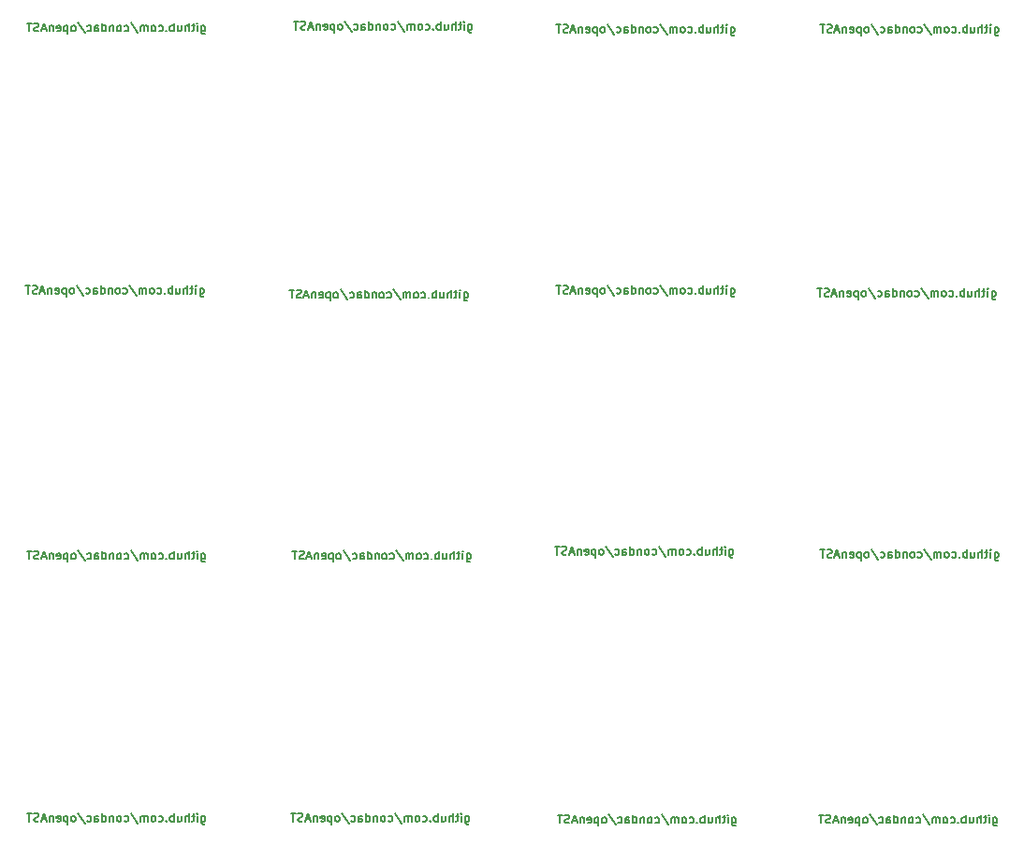
<source format=gbo>
G04 #@! TF.FileFunction,Legend,Bot*
%FSLAX46Y46*%
G04 Gerber Fmt 4.6, Leading zero omitted, Abs format (unit mm)*
G04 Created by KiCad (PCBNEW 4.0.7) date Fri May 25 13:22:47 2018*
%MOMM*%
%LPD*%
G01*
G04 APERTURE LIST*
%ADD10C,0.150000*%
%ADD11C,0.187500*%
G04 APERTURE END LIST*
D10*
D11*
X99245568Y-118584286D02*
X99245568Y-119191429D01*
X99281282Y-119262857D01*
X99316997Y-119298571D01*
X99388425Y-119334286D01*
X99495568Y-119334286D01*
X99566997Y-119298571D01*
X99245568Y-119048571D02*
X99316997Y-119084286D01*
X99459854Y-119084286D01*
X99531282Y-119048571D01*
X99566997Y-119012857D01*
X99602711Y-118941429D01*
X99602711Y-118727143D01*
X99566997Y-118655714D01*
X99531282Y-118620000D01*
X99459854Y-118584286D01*
X99316997Y-118584286D01*
X99245568Y-118620000D01*
X98888426Y-119084286D02*
X98888426Y-118584286D01*
X98888426Y-118334286D02*
X98924140Y-118370000D01*
X98888426Y-118405714D01*
X98852711Y-118370000D01*
X98888426Y-118334286D01*
X98888426Y-118405714D01*
X98638425Y-118584286D02*
X98352711Y-118584286D01*
X98531283Y-118334286D02*
X98531283Y-118977143D01*
X98495568Y-119048571D01*
X98424140Y-119084286D01*
X98352711Y-119084286D01*
X98102712Y-119084286D02*
X98102712Y-118334286D01*
X97781283Y-119084286D02*
X97781283Y-118691429D01*
X97816997Y-118620000D01*
X97888426Y-118584286D01*
X97995569Y-118584286D01*
X98066997Y-118620000D01*
X98102712Y-118655714D01*
X97102712Y-118584286D02*
X97102712Y-119084286D01*
X97424141Y-118584286D02*
X97424141Y-118977143D01*
X97388426Y-119048571D01*
X97316998Y-119084286D01*
X97209855Y-119084286D01*
X97138426Y-119048571D01*
X97102712Y-119012857D01*
X96745570Y-119084286D02*
X96745570Y-118334286D01*
X96745570Y-118620000D02*
X96674141Y-118584286D01*
X96531284Y-118584286D01*
X96459855Y-118620000D01*
X96424141Y-118655714D01*
X96388427Y-118727143D01*
X96388427Y-118941429D01*
X96424141Y-119012857D01*
X96459855Y-119048571D01*
X96531284Y-119084286D01*
X96674141Y-119084286D01*
X96745570Y-119048571D01*
X96066999Y-119012857D02*
X96031284Y-119048571D01*
X96066999Y-119084286D01*
X96102713Y-119048571D01*
X96066999Y-119012857D01*
X96066999Y-119084286D01*
X95388427Y-119048571D02*
X95459856Y-119084286D01*
X95602713Y-119084286D01*
X95674141Y-119048571D01*
X95709856Y-119012857D01*
X95745570Y-118941429D01*
X95745570Y-118727143D01*
X95709856Y-118655714D01*
X95674141Y-118620000D01*
X95602713Y-118584286D01*
X95459856Y-118584286D01*
X95388427Y-118620000D01*
X94959856Y-119084286D02*
X95031284Y-119048571D01*
X95066999Y-119012857D01*
X95102713Y-118941429D01*
X95102713Y-118727143D01*
X95066999Y-118655714D01*
X95031284Y-118620000D01*
X94959856Y-118584286D01*
X94852713Y-118584286D01*
X94781284Y-118620000D01*
X94745570Y-118655714D01*
X94709856Y-118727143D01*
X94709856Y-118941429D01*
X94745570Y-119012857D01*
X94781284Y-119048571D01*
X94852713Y-119084286D01*
X94959856Y-119084286D01*
X94388428Y-119084286D02*
X94388428Y-118584286D01*
X94388428Y-118655714D02*
X94352713Y-118620000D01*
X94281285Y-118584286D01*
X94174142Y-118584286D01*
X94102713Y-118620000D01*
X94066999Y-118691429D01*
X94066999Y-119084286D01*
X94066999Y-118691429D02*
X94031285Y-118620000D01*
X93959856Y-118584286D01*
X93852713Y-118584286D01*
X93781285Y-118620000D01*
X93745570Y-118691429D01*
X93745570Y-119084286D01*
X92852713Y-118298571D02*
X93495570Y-119262857D01*
X92281285Y-119048571D02*
X92352714Y-119084286D01*
X92495571Y-119084286D01*
X92566999Y-119048571D01*
X92602714Y-119012857D01*
X92638428Y-118941429D01*
X92638428Y-118727143D01*
X92602714Y-118655714D01*
X92566999Y-118620000D01*
X92495571Y-118584286D01*
X92352714Y-118584286D01*
X92281285Y-118620000D01*
X91852714Y-119084286D02*
X91924142Y-119048571D01*
X91959857Y-119012857D01*
X91995571Y-118941429D01*
X91995571Y-118727143D01*
X91959857Y-118655714D01*
X91924142Y-118620000D01*
X91852714Y-118584286D01*
X91745571Y-118584286D01*
X91674142Y-118620000D01*
X91638428Y-118655714D01*
X91602714Y-118727143D01*
X91602714Y-118941429D01*
X91638428Y-119012857D01*
X91674142Y-119048571D01*
X91745571Y-119084286D01*
X91852714Y-119084286D01*
X91281286Y-118584286D02*
X91281286Y-119084286D01*
X91281286Y-118655714D02*
X91245571Y-118620000D01*
X91174143Y-118584286D01*
X91067000Y-118584286D01*
X90995571Y-118620000D01*
X90959857Y-118691429D01*
X90959857Y-119084286D01*
X90281286Y-119084286D02*
X90281286Y-118334286D01*
X90281286Y-119048571D02*
X90352715Y-119084286D01*
X90495572Y-119084286D01*
X90567000Y-119048571D01*
X90602715Y-119012857D01*
X90638429Y-118941429D01*
X90638429Y-118727143D01*
X90602715Y-118655714D01*
X90567000Y-118620000D01*
X90495572Y-118584286D01*
X90352715Y-118584286D01*
X90281286Y-118620000D01*
X89602715Y-119084286D02*
X89602715Y-118691429D01*
X89638429Y-118620000D01*
X89709858Y-118584286D01*
X89852715Y-118584286D01*
X89924144Y-118620000D01*
X89602715Y-119048571D02*
X89674144Y-119084286D01*
X89852715Y-119084286D01*
X89924144Y-119048571D01*
X89959858Y-118977143D01*
X89959858Y-118905714D01*
X89924144Y-118834286D01*
X89852715Y-118798571D01*
X89674144Y-118798571D01*
X89602715Y-118762857D01*
X88924144Y-119048571D02*
X88995573Y-119084286D01*
X89138430Y-119084286D01*
X89209858Y-119048571D01*
X89245573Y-119012857D01*
X89281287Y-118941429D01*
X89281287Y-118727143D01*
X89245573Y-118655714D01*
X89209858Y-118620000D01*
X89138430Y-118584286D01*
X88995573Y-118584286D01*
X88924144Y-118620000D01*
X88067001Y-118298571D02*
X88709858Y-119262857D01*
X87709859Y-119084286D02*
X87781287Y-119048571D01*
X87817002Y-119012857D01*
X87852716Y-118941429D01*
X87852716Y-118727143D01*
X87817002Y-118655714D01*
X87781287Y-118620000D01*
X87709859Y-118584286D01*
X87602716Y-118584286D01*
X87531287Y-118620000D01*
X87495573Y-118655714D01*
X87459859Y-118727143D01*
X87459859Y-118941429D01*
X87495573Y-119012857D01*
X87531287Y-119048571D01*
X87602716Y-119084286D01*
X87709859Y-119084286D01*
X87138431Y-118584286D02*
X87138431Y-119334286D01*
X87138431Y-118620000D02*
X87067002Y-118584286D01*
X86924145Y-118584286D01*
X86852716Y-118620000D01*
X86817002Y-118655714D01*
X86781288Y-118727143D01*
X86781288Y-118941429D01*
X86817002Y-119012857D01*
X86852716Y-119048571D01*
X86924145Y-119084286D01*
X87067002Y-119084286D01*
X87138431Y-119048571D01*
X86174145Y-119048571D02*
X86245574Y-119084286D01*
X86388431Y-119084286D01*
X86459860Y-119048571D01*
X86495574Y-118977143D01*
X86495574Y-118691429D01*
X86459860Y-118620000D01*
X86388431Y-118584286D01*
X86245574Y-118584286D01*
X86174145Y-118620000D01*
X86138431Y-118691429D01*
X86138431Y-118762857D01*
X86495574Y-118834286D01*
X85817003Y-118584286D02*
X85817003Y-119084286D01*
X85817003Y-118655714D02*
X85781288Y-118620000D01*
X85709860Y-118584286D01*
X85602717Y-118584286D01*
X85531288Y-118620000D01*
X85495574Y-118691429D01*
X85495574Y-119084286D01*
X85174146Y-118870000D02*
X84817003Y-118870000D01*
X85245574Y-119084286D02*
X84995574Y-118334286D01*
X84745574Y-119084286D01*
X84531289Y-119048571D02*
X84424146Y-119084286D01*
X84245575Y-119084286D01*
X84174146Y-119048571D01*
X84138432Y-119012857D01*
X84102717Y-118941429D01*
X84102717Y-118870000D01*
X84138432Y-118798571D01*
X84174146Y-118762857D01*
X84245575Y-118727143D01*
X84388432Y-118691429D01*
X84459860Y-118655714D01*
X84495575Y-118620000D01*
X84531289Y-118548571D01*
X84531289Y-118477143D01*
X84495575Y-118405714D01*
X84459860Y-118370000D01*
X84388432Y-118334286D01*
X84209860Y-118334286D01*
X84102717Y-118370000D01*
X83888431Y-118334286D02*
X83459860Y-118334286D01*
X83674146Y-119084286D02*
X83674146Y-118334286D01*
X75115568Y-118457286D02*
X75115568Y-119064429D01*
X75151282Y-119135857D01*
X75186997Y-119171571D01*
X75258425Y-119207286D01*
X75365568Y-119207286D01*
X75436997Y-119171571D01*
X75115568Y-118921571D02*
X75186997Y-118957286D01*
X75329854Y-118957286D01*
X75401282Y-118921571D01*
X75436997Y-118885857D01*
X75472711Y-118814429D01*
X75472711Y-118600143D01*
X75436997Y-118528714D01*
X75401282Y-118493000D01*
X75329854Y-118457286D01*
X75186997Y-118457286D01*
X75115568Y-118493000D01*
X74758426Y-118957286D02*
X74758426Y-118457286D01*
X74758426Y-118207286D02*
X74794140Y-118243000D01*
X74758426Y-118278714D01*
X74722711Y-118243000D01*
X74758426Y-118207286D01*
X74758426Y-118278714D01*
X74508425Y-118457286D02*
X74222711Y-118457286D01*
X74401283Y-118207286D02*
X74401283Y-118850143D01*
X74365568Y-118921571D01*
X74294140Y-118957286D01*
X74222711Y-118957286D01*
X73972712Y-118957286D02*
X73972712Y-118207286D01*
X73651283Y-118957286D02*
X73651283Y-118564429D01*
X73686997Y-118493000D01*
X73758426Y-118457286D01*
X73865569Y-118457286D01*
X73936997Y-118493000D01*
X73972712Y-118528714D01*
X72972712Y-118457286D02*
X72972712Y-118957286D01*
X73294141Y-118457286D02*
X73294141Y-118850143D01*
X73258426Y-118921571D01*
X73186998Y-118957286D01*
X73079855Y-118957286D01*
X73008426Y-118921571D01*
X72972712Y-118885857D01*
X72615570Y-118957286D02*
X72615570Y-118207286D01*
X72615570Y-118493000D02*
X72544141Y-118457286D01*
X72401284Y-118457286D01*
X72329855Y-118493000D01*
X72294141Y-118528714D01*
X72258427Y-118600143D01*
X72258427Y-118814429D01*
X72294141Y-118885857D01*
X72329855Y-118921571D01*
X72401284Y-118957286D01*
X72544141Y-118957286D01*
X72615570Y-118921571D01*
X71936999Y-118885857D02*
X71901284Y-118921571D01*
X71936999Y-118957286D01*
X71972713Y-118921571D01*
X71936999Y-118885857D01*
X71936999Y-118957286D01*
X71258427Y-118921571D02*
X71329856Y-118957286D01*
X71472713Y-118957286D01*
X71544141Y-118921571D01*
X71579856Y-118885857D01*
X71615570Y-118814429D01*
X71615570Y-118600143D01*
X71579856Y-118528714D01*
X71544141Y-118493000D01*
X71472713Y-118457286D01*
X71329856Y-118457286D01*
X71258427Y-118493000D01*
X70829856Y-118957286D02*
X70901284Y-118921571D01*
X70936999Y-118885857D01*
X70972713Y-118814429D01*
X70972713Y-118600143D01*
X70936999Y-118528714D01*
X70901284Y-118493000D01*
X70829856Y-118457286D01*
X70722713Y-118457286D01*
X70651284Y-118493000D01*
X70615570Y-118528714D01*
X70579856Y-118600143D01*
X70579856Y-118814429D01*
X70615570Y-118885857D01*
X70651284Y-118921571D01*
X70722713Y-118957286D01*
X70829856Y-118957286D01*
X70258428Y-118957286D02*
X70258428Y-118457286D01*
X70258428Y-118528714D02*
X70222713Y-118493000D01*
X70151285Y-118457286D01*
X70044142Y-118457286D01*
X69972713Y-118493000D01*
X69936999Y-118564429D01*
X69936999Y-118957286D01*
X69936999Y-118564429D02*
X69901285Y-118493000D01*
X69829856Y-118457286D01*
X69722713Y-118457286D01*
X69651285Y-118493000D01*
X69615570Y-118564429D01*
X69615570Y-118957286D01*
X68722713Y-118171571D02*
X69365570Y-119135857D01*
X68151285Y-118921571D02*
X68222714Y-118957286D01*
X68365571Y-118957286D01*
X68436999Y-118921571D01*
X68472714Y-118885857D01*
X68508428Y-118814429D01*
X68508428Y-118600143D01*
X68472714Y-118528714D01*
X68436999Y-118493000D01*
X68365571Y-118457286D01*
X68222714Y-118457286D01*
X68151285Y-118493000D01*
X67722714Y-118957286D02*
X67794142Y-118921571D01*
X67829857Y-118885857D01*
X67865571Y-118814429D01*
X67865571Y-118600143D01*
X67829857Y-118528714D01*
X67794142Y-118493000D01*
X67722714Y-118457286D01*
X67615571Y-118457286D01*
X67544142Y-118493000D01*
X67508428Y-118528714D01*
X67472714Y-118600143D01*
X67472714Y-118814429D01*
X67508428Y-118885857D01*
X67544142Y-118921571D01*
X67615571Y-118957286D01*
X67722714Y-118957286D01*
X67151286Y-118457286D02*
X67151286Y-118957286D01*
X67151286Y-118528714D02*
X67115571Y-118493000D01*
X67044143Y-118457286D01*
X66937000Y-118457286D01*
X66865571Y-118493000D01*
X66829857Y-118564429D01*
X66829857Y-118957286D01*
X66151286Y-118957286D02*
X66151286Y-118207286D01*
X66151286Y-118921571D02*
X66222715Y-118957286D01*
X66365572Y-118957286D01*
X66437000Y-118921571D01*
X66472715Y-118885857D01*
X66508429Y-118814429D01*
X66508429Y-118600143D01*
X66472715Y-118528714D01*
X66437000Y-118493000D01*
X66365572Y-118457286D01*
X66222715Y-118457286D01*
X66151286Y-118493000D01*
X65472715Y-118957286D02*
X65472715Y-118564429D01*
X65508429Y-118493000D01*
X65579858Y-118457286D01*
X65722715Y-118457286D01*
X65794144Y-118493000D01*
X65472715Y-118921571D02*
X65544144Y-118957286D01*
X65722715Y-118957286D01*
X65794144Y-118921571D01*
X65829858Y-118850143D01*
X65829858Y-118778714D01*
X65794144Y-118707286D01*
X65722715Y-118671571D01*
X65544144Y-118671571D01*
X65472715Y-118635857D01*
X64794144Y-118921571D02*
X64865573Y-118957286D01*
X65008430Y-118957286D01*
X65079858Y-118921571D01*
X65115573Y-118885857D01*
X65151287Y-118814429D01*
X65151287Y-118600143D01*
X65115573Y-118528714D01*
X65079858Y-118493000D01*
X65008430Y-118457286D01*
X64865573Y-118457286D01*
X64794144Y-118493000D01*
X63937001Y-118171571D02*
X64579858Y-119135857D01*
X63579859Y-118957286D02*
X63651287Y-118921571D01*
X63687002Y-118885857D01*
X63722716Y-118814429D01*
X63722716Y-118600143D01*
X63687002Y-118528714D01*
X63651287Y-118493000D01*
X63579859Y-118457286D01*
X63472716Y-118457286D01*
X63401287Y-118493000D01*
X63365573Y-118528714D01*
X63329859Y-118600143D01*
X63329859Y-118814429D01*
X63365573Y-118885857D01*
X63401287Y-118921571D01*
X63472716Y-118957286D01*
X63579859Y-118957286D01*
X63008431Y-118457286D02*
X63008431Y-119207286D01*
X63008431Y-118493000D02*
X62937002Y-118457286D01*
X62794145Y-118457286D01*
X62722716Y-118493000D01*
X62687002Y-118528714D01*
X62651288Y-118600143D01*
X62651288Y-118814429D01*
X62687002Y-118885857D01*
X62722716Y-118921571D01*
X62794145Y-118957286D01*
X62937002Y-118957286D01*
X63008431Y-118921571D01*
X62044145Y-118921571D02*
X62115574Y-118957286D01*
X62258431Y-118957286D01*
X62329860Y-118921571D01*
X62365574Y-118850143D01*
X62365574Y-118564429D01*
X62329860Y-118493000D01*
X62258431Y-118457286D01*
X62115574Y-118457286D01*
X62044145Y-118493000D01*
X62008431Y-118564429D01*
X62008431Y-118635857D01*
X62365574Y-118707286D01*
X61687003Y-118457286D02*
X61687003Y-118957286D01*
X61687003Y-118528714D02*
X61651288Y-118493000D01*
X61579860Y-118457286D01*
X61472717Y-118457286D01*
X61401288Y-118493000D01*
X61365574Y-118564429D01*
X61365574Y-118957286D01*
X61044146Y-118743000D02*
X60687003Y-118743000D01*
X61115574Y-118957286D02*
X60865574Y-118207286D01*
X60615574Y-118957286D01*
X60401289Y-118921571D02*
X60294146Y-118957286D01*
X60115575Y-118957286D01*
X60044146Y-118921571D01*
X60008432Y-118885857D01*
X59972717Y-118814429D01*
X59972717Y-118743000D01*
X60008432Y-118671571D01*
X60044146Y-118635857D01*
X60115575Y-118600143D01*
X60258432Y-118564429D01*
X60329860Y-118528714D01*
X60365575Y-118493000D01*
X60401289Y-118421571D01*
X60401289Y-118350143D01*
X60365575Y-118278714D01*
X60329860Y-118243000D01*
X60258432Y-118207286D01*
X60079860Y-118207286D01*
X59972717Y-118243000D01*
X59758431Y-118207286D02*
X59329860Y-118207286D01*
X59544146Y-118957286D02*
X59544146Y-118207286D01*
X51239568Y-118457286D02*
X51239568Y-119064429D01*
X51275282Y-119135857D01*
X51310997Y-119171571D01*
X51382425Y-119207286D01*
X51489568Y-119207286D01*
X51560997Y-119171571D01*
X51239568Y-118921571D02*
X51310997Y-118957286D01*
X51453854Y-118957286D01*
X51525282Y-118921571D01*
X51560997Y-118885857D01*
X51596711Y-118814429D01*
X51596711Y-118600143D01*
X51560997Y-118528714D01*
X51525282Y-118493000D01*
X51453854Y-118457286D01*
X51310997Y-118457286D01*
X51239568Y-118493000D01*
X50882426Y-118957286D02*
X50882426Y-118457286D01*
X50882426Y-118207286D02*
X50918140Y-118243000D01*
X50882426Y-118278714D01*
X50846711Y-118243000D01*
X50882426Y-118207286D01*
X50882426Y-118278714D01*
X50632425Y-118457286D02*
X50346711Y-118457286D01*
X50525283Y-118207286D02*
X50525283Y-118850143D01*
X50489568Y-118921571D01*
X50418140Y-118957286D01*
X50346711Y-118957286D01*
X50096712Y-118957286D02*
X50096712Y-118207286D01*
X49775283Y-118957286D02*
X49775283Y-118564429D01*
X49810997Y-118493000D01*
X49882426Y-118457286D01*
X49989569Y-118457286D01*
X50060997Y-118493000D01*
X50096712Y-118528714D01*
X49096712Y-118457286D02*
X49096712Y-118957286D01*
X49418141Y-118457286D02*
X49418141Y-118850143D01*
X49382426Y-118921571D01*
X49310998Y-118957286D01*
X49203855Y-118957286D01*
X49132426Y-118921571D01*
X49096712Y-118885857D01*
X48739570Y-118957286D02*
X48739570Y-118207286D01*
X48739570Y-118493000D02*
X48668141Y-118457286D01*
X48525284Y-118457286D01*
X48453855Y-118493000D01*
X48418141Y-118528714D01*
X48382427Y-118600143D01*
X48382427Y-118814429D01*
X48418141Y-118885857D01*
X48453855Y-118921571D01*
X48525284Y-118957286D01*
X48668141Y-118957286D01*
X48739570Y-118921571D01*
X48060999Y-118885857D02*
X48025284Y-118921571D01*
X48060999Y-118957286D01*
X48096713Y-118921571D01*
X48060999Y-118885857D01*
X48060999Y-118957286D01*
X47382427Y-118921571D02*
X47453856Y-118957286D01*
X47596713Y-118957286D01*
X47668141Y-118921571D01*
X47703856Y-118885857D01*
X47739570Y-118814429D01*
X47739570Y-118600143D01*
X47703856Y-118528714D01*
X47668141Y-118493000D01*
X47596713Y-118457286D01*
X47453856Y-118457286D01*
X47382427Y-118493000D01*
X46953856Y-118957286D02*
X47025284Y-118921571D01*
X47060999Y-118885857D01*
X47096713Y-118814429D01*
X47096713Y-118600143D01*
X47060999Y-118528714D01*
X47025284Y-118493000D01*
X46953856Y-118457286D01*
X46846713Y-118457286D01*
X46775284Y-118493000D01*
X46739570Y-118528714D01*
X46703856Y-118600143D01*
X46703856Y-118814429D01*
X46739570Y-118885857D01*
X46775284Y-118921571D01*
X46846713Y-118957286D01*
X46953856Y-118957286D01*
X46382428Y-118957286D02*
X46382428Y-118457286D01*
X46382428Y-118528714D02*
X46346713Y-118493000D01*
X46275285Y-118457286D01*
X46168142Y-118457286D01*
X46096713Y-118493000D01*
X46060999Y-118564429D01*
X46060999Y-118957286D01*
X46060999Y-118564429D02*
X46025285Y-118493000D01*
X45953856Y-118457286D01*
X45846713Y-118457286D01*
X45775285Y-118493000D01*
X45739570Y-118564429D01*
X45739570Y-118957286D01*
X44846713Y-118171571D02*
X45489570Y-119135857D01*
X44275285Y-118921571D02*
X44346714Y-118957286D01*
X44489571Y-118957286D01*
X44560999Y-118921571D01*
X44596714Y-118885857D01*
X44632428Y-118814429D01*
X44632428Y-118600143D01*
X44596714Y-118528714D01*
X44560999Y-118493000D01*
X44489571Y-118457286D01*
X44346714Y-118457286D01*
X44275285Y-118493000D01*
X43846714Y-118957286D02*
X43918142Y-118921571D01*
X43953857Y-118885857D01*
X43989571Y-118814429D01*
X43989571Y-118600143D01*
X43953857Y-118528714D01*
X43918142Y-118493000D01*
X43846714Y-118457286D01*
X43739571Y-118457286D01*
X43668142Y-118493000D01*
X43632428Y-118528714D01*
X43596714Y-118600143D01*
X43596714Y-118814429D01*
X43632428Y-118885857D01*
X43668142Y-118921571D01*
X43739571Y-118957286D01*
X43846714Y-118957286D01*
X43275286Y-118457286D02*
X43275286Y-118957286D01*
X43275286Y-118528714D02*
X43239571Y-118493000D01*
X43168143Y-118457286D01*
X43061000Y-118457286D01*
X42989571Y-118493000D01*
X42953857Y-118564429D01*
X42953857Y-118957286D01*
X42275286Y-118957286D02*
X42275286Y-118207286D01*
X42275286Y-118921571D02*
X42346715Y-118957286D01*
X42489572Y-118957286D01*
X42561000Y-118921571D01*
X42596715Y-118885857D01*
X42632429Y-118814429D01*
X42632429Y-118600143D01*
X42596715Y-118528714D01*
X42561000Y-118493000D01*
X42489572Y-118457286D01*
X42346715Y-118457286D01*
X42275286Y-118493000D01*
X41596715Y-118957286D02*
X41596715Y-118564429D01*
X41632429Y-118493000D01*
X41703858Y-118457286D01*
X41846715Y-118457286D01*
X41918144Y-118493000D01*
X41596715Y-118921571D02*
X41668144Y-118957286D01*
X41846715Y-118957286D01*
X41918144Y-118921571D01*
X41953858Y-118850143D01*
X41953858Y-118778714D01*
X41918144Y-118707286D01*
X41846715Y-118671571D01*
X41668144Y-118671571D01*
X41596715Y-118635857D01*
X40918144Y-118921571D02*
X40989573Y-118957286D01*
X41132430Y-118957286D01*
X41203858Y-118921571D01*
X41239573Y-118885857D01*
X41275287Y-118814429D01*
X41275287Y-118600143D01*
X41239573Y-118528714D01*
X41203858Y-118493000D01*
X41132430Y-118457286D01*
X40989573Y-118457286D01*
X40918144Y-118493000D01*
X40061001Y-118171571D02*
X40703858Y-119135857D01*
X39703859Y-118957286D02*
X39775287Y-118921571D01*
X39811002Y-118885857D01*
X39846716Y-118814429D01*
X39846716Y-118600143D01*
X39811002Y-118528714D01*
X39775287Y-118493000D01*
X39703859Y-118457286D01*
X39596716Y-118457286D01*
X39525287Y-118493000D01*
X39489573Y-118528714D01*
X39453859Y-118600143D01*
X39453859Y-118814429D01*
X39489573Y-118885857D01*
X39525287Y-118921571D01*
X39596716Y-118957286D01*
X39703859Y-118957286D01*
X39132431Y-118457286D02*
X39132431Y-119207286D01*
X39132431Y-118493000D02*
X39061002Y-118457286D01*
X38918145Y-118457286D01*
X38846716Y-118493000D01*
X38811002Y-118528714D01*
X38775288Y-118600143D01*
X38775288Y-118814429D01*
X38811002Y-118885857D01*
X38846716Y-118921571D01*
X38918145Y-118957286D01*
X39061002Y-118957286D01*
X39132431Y-118921571D01*
X38168145Y-118921571D02*
X38239574Y-118957286D01*
X38382431Y-118957286D01*
X38453860Y-118921571D01*
X38489574Y-118850143D01*
X38489574Y-118564429D01*
X38453860Y-118493000D01*
X38382431Y-118457286D01*
X38239574Y-118457286D01*
X38168145Y-118493000D01*
X38132431Y-118564429D01*
X38132431Y-118635857D01*
X38489574Y-118707286D01*
X37811003Y-118457286D02*
X37811003Y-118957286D01*
X37811003Y-118528714D02*
X37775288Y-118493000D01*
X37703860Y-118457286D01*
X37596717Y-118457286D01*
X37525288Y-118493000D01*
X37489574Y-118564429D01*
X37489574Y-118957286D01*
X37168146Y-118743000D02*
X36811003Y-118743000D01*
X37239574Y-118957286D02*
X36989574Y-118207286D01*
X36739574Y-118957286D01*
X36525289Y-118921571D02*
X36418146Y-118957286D01*
X36239575Y-118957286D01*
X36168146Y-118921571D01*
X36132432Y-118885857D01*
X36096717Y-118814429D01*
X36096717Y-118743000D01*
X36132432Y-118671571D01*
X36168146Y-118635857D01*
X36239575Y-118600143D01*
X36382432Y-118564429D01*
X36453860Y-118528714D01*
X36489575Y-118493000D01*
X36525289Y-118421571D01*
X36525289Y-118350143D01*
X36489575Y-118278714D01*
X36453860Y-118243000D01*
X36382432Y-118207286D01*
X36203860Y-118207286D01*
X36096717Y-118243000D01*
X35882431Y-118207286D02*
X35453860Y-118207286D01*
X35668146Y-118957286D02*
X35668146Y-118207286D01*
X122994568Y-94581286D02*
X122994568Y-95188429D01*
X123030282Y-95259857D01*
X123065997Y-95295571D01*
X123137425Y-95331286D01*
X123244568Y-95331286D01*
X123315997Y-95295571D01*
X122994568Y-95045571D02*
X123065997Y-95081286D01*
X123208854Y-95081286D01*
X123280282Y-95045571D01*
X123315997Y-95009857D01*
X123351711Y-94938429D01*
X123351711Y-94724143D01*
X123315997Y-94652714D01*
X123280282Y-94617000D01*
X123208854Y-94581286D01*
X123065997Y-94581286D01*
X122994568Y-94617000D01*
X122637426Y-95081286D02*
X122637426Y-94581286D01*
X122637426Y-94331286D02*
X122673140Y-94367000D01*
X122637426Y-94402714D01*
X122601711Y-94367000D01*
X122637426Y-94331286D01*
X122637426Y-94402714D01*
X122387425Y-94581286D02*
X122101711Y-94581286D01*
X122280283Y-94331286D02*
X122280283Y-94974143D01*
X122244568Y-95045571D01*
X122173140Y-95081286D01*
X122101711Y-95081286D01*
X121851712Y-95081286D02*
X121851712Y-94331286D01*
X121530283Y-95081286D02*
X121530283Y-94688429D01*
X121565997Y-94617000D01*
X121637426Y-94581286D01*
X121744569Y-94581286D01*
X121815997Y-94617000D01*
X121851712Y-94652714D01*
X120851712Y-94581286D02*
X120851712Y-95081286D01*
X121173141Y-94581286D02*
X121173141Y-94974143D01*
X121137426Y-95045571D01*
X121065998Y-95081286D01*
X120958855Y-95081286D01*
X120887426Y-95045571D01*
X120851712Y-95009857D01*
X120494570Y-95081286D02*
X120494570Y-94331286D01*
X120494570Y-94617000D02*
X120423141Y-94581286D01*
X120280284Y-94581286D01*
X120208855Y-94617000D01*
X120173141Y-94652714D01*
X120137427Y-94724143D01*
X120137427Y-94938429D01*
X120173141Y-95009857D01*
X120208855Y-95045571D01*
X120280284Y-95081286D01*
X120423141Y-95081286D01*
X120494570Y-95045571D01*
X119815999Y-95009857D02*
X119780284Y-95045571D01*
X119815999Y-95081286D01*
X119851713Y-95045571D01*
X119815999Y-95009857D01*
X119815999Y-95081286D01*
X119137427Y-95045571D02*
X119208856Y-95081286D01*
X119351713Y-95081286D01*
X119423141Y-95045571D01*
X119458856Y-95009857D01*
X119494570Y-94938429D01*
X119494570Y-94724143D01*
X119458856Y-94652714D01*
X119423141Y-94617000D01*
X119351713Y-94581286D01*
X119208856Y-94581286D01*
X119137427Y-94617000D01*
X118708856Y-95081286D02*
X118780284Y-95045571D01*
X118815999Y-95009857D01*
X118851713Y-94938429D01*
X118851713Y-94724143D01*
X118815999Y-94652714D01*
X118780284Y-94617000D01*
X118708856Y-94581286D01*
X118601713Y-94581286D01*
X118530284Y-94617000D01*
X118494570Y-94652714D01*
X118458856Y-94724143D01*
X118458856Y-94938429D01*
X118494570Y-95009857D01*
X118530284Y-95045571D01*
X118601713Y-95081286D01*
X118708856Y-95081286D01*
X118137428Y-95081286D02*
X118137428Y-94581286D01*
X118137428Y-94652714D02*
X118101713Y-94617000D01*
X118030285Y-94581286D01*
X117923142Y-94581286D01*
X117851713Y-94617000D01*
X117815999Y-94688429D01*
X117815999Y-95081286D01*
X117815999Y-94688429D02*
X117780285Y-94617000D01*
X117708856Y-94581286D01*
X117601713Y-94581286D01*
X117530285Y-94617000D01*
X117494570Y-94688429D01*
X117494570Y-95081286D01*
X116601713Y-94295571D02*
X117244570Y-95259857D01*
X116030285Y-95045571D02*
X116101714Y-95081286D01*
X116244571Y-95081286D01*
X116315999Y-95045571D01*
X116351714Y-95009857D01*
X116387428Y-94938429D01*
X116387428Y-94724143D01*
X116351714Y-94652714D01*
X116315999Y-94617000D01*
X116244571Y-94581286D01*
X116101714Y-94581286D01*
X116030285Y-94617000D01*
X115601714Y-95081286D02*
X115673142Y-95045571D01*
X115708857Y-95009857D01*
X115744571Y-94938429D01*
X115744571Y-94724143D01*
X115708857Y-94652714D01*
X115673142Y-94617000D01*
X115601714Y-94581286D01*
X115494571Y-94581286D01*
X115423142Y-94617000D01*
X115387428Y-94652714D01*
X115351714Y-94724143D01*
X115351714Y-94938429D01*
X115387428Y-95009857D01*
X115423142Y-95045571D01*
X115494571Y-95081286D01*
X115601714Y-95081286D01*
X115030286Y-94581286D02*
X115030286Y-95081286D01*
X115030286Y-94652714D02*
X114994571Y-94617000D01*
X114923143Y-94581286D01*
X114816000Y-94581286D01*
X114744571Y-94617000D01*
X114708857Y-94688429D01*
X114708857Y-95081286D01*
X114030286Y-95081286D02*
X114030286Y-94331286D01*
X114030286Y-95045571D02*
X114101715Y-95081286D01*
X114244572Y-95081286D01*
X114316000Y-95045571D01*
X114351715Y-95009857D01*
X114387429Y-94938429D01*
X114387429Y-94724143D01*
X114351715Y-94652714D01*
X114316000Y-94617000D01*
X114244572Y-94581286D01*
X114101715Y-94581286D01*
X114030286Y-94617000D01*
X113351715Y-95081286D02*
X113351715Y-94688429D01*
X113387429Y-94617000D01*
X113458858Y-94581286D01*
X113601715Y-94581286D01*
X113673144Y-94617000D01*
X113351715Y-95045571D02*
X113423144Y-95081286D01*
X113601715Y-95081286D01*
X113673144Y-95045571D01*
X113708858Y-94974143D01*
X113708858Y-94902714D01*
X113673144Y-94831286D01*
X113601715Y-94795571D01*
X113423144Y-94795571D01*
X113351715Y-94759857D01*
X112673144Y-95045571D02*
X112744573Y-95081286D01*
X112887430Y-95081286D01*
X112958858Y-95045571D01*
X112994573Y-95009857D01*
X113030287Y-94938429D01*
X113030287Y-94724143D01*
X112994573Y-94652714D01*
X112958858Y-94617000D01*
X112887430Y-94581286D01*
X112744573Y-94581286D01*
X112673144Y-94617000D01*
X111816001Y-94295571D02*
X112458858Y-95259857D01*
X111458859Y-95081286D02*
X111530287Y-95045571D01*
X111566002Y-95009857D01*
X111601716Y-94938429D01*
X111601716Y-94724143D01*
X111566002Y-94652714D01*
X111530287Y-94617000D01*
X111458859Y-94581286D01*
X111351716Y-94581286D01*
X111280287Y-94617000D01*
X111244573Y-94652714D01*
X111208859Y-94724143D01*
X111208859Y-94938429D01*
X111244573Y-95009857D01*
X111280287Y-95045571D01*
X111351716Y-95081286D01*
X111458859Y-95081286D01*
X110887431Y-94581286D02*
X110887431Y-95331286D01*
X110887431Y-94617000D02*
X110816002Y-94581286D01*
X110673145Y-94581286D01*
X110601716Y-94617000D01*
X110566002Y-94652714D01*
X110530288Y-94724143D01*
X110530288Y-94938429D01*
X110566002Y-95009857D01*
X110601716Y-95045571D01*
X110673145Y-95081286D01*
X110816002Y-95081286D01*
X110887431Y-95045571D01*
X109923145Y-95045571D02*
X109994574Y-95081286D01*
X110137431Y-95081286D01*
X110208860Y-95045571D01*
X110244574Y-94974143D01*
X110244574Y-94688429D01*
X110208860Y-94617000D01*
X110137431Y-94581286D01*
X109994574Y-94581286D01*
X109923145Y-94617000D01*
X109887431Y-94688429D01*
X109887431Y-94759857D01*
X110244574Y-94831286D01*
X109566003Y-94581286D02*
X109566003Y-95081286D01*
X109566003Y-94652714D02*
X109530288Y-94617000D01*
X109458860Y-94581286D01*
X109351717Y-94581286D01*
X109280288Y-94617000D01*
X109244574Y-94688429D01*
X109244574Y-95081286D01*
X108923146Y-94867000D02*
X108566003Y-94867000D01*
X108994574Y-95081286D02*
X108744574Y-94331286D01*
X108494574Y-95081286D01*
X108280289Y-95045571D02*
X108173146Y-95081286D01*
X107994575Y-95081286D01*
X107923146Y-95045571D01*
X107887432Y-95009857D01*
X107851717Y-94938429D01*
X107851717Y-94867000D01*
X107887432Y-94795571D01*
X107923146Y-94759857D01*
X107994575Y-94724143D01*
X108137432Y-94688429D01*
X108208860Y-94652714D01*
X108244575Y-94617000D01*
X108280289Y-94545571D01*
X108280289Y-94474143D01*
X108244575Y-94402714D01*
X108208860Y-94367000D01*
X108137432Y-94331286D01*
X107958860Y-94331286D01*
X107851717Y-94367000D01*
X107637431Y-94331286D02*
X107208860Y-94331286D01*
X107423146Y-95081286D02*
X107423146Y-94331286D01*
X98991568Y-94327286D02*
X98991568Y-94934429D01*
X99027282Y-95005857D01*
X99062997Y-95041571D01*
X99134425Y-95077286D01*
X99241568Y-95077286D01*
X99312997Y-95041571D01*
X98991568Y-94791571D02*
X99062997Y-94827286D01*
X99205854Y-94827286D01*
X99277282Y-94791571D01*
X99312997Y-94755857D01*
X99348711Y-94684429D01*
X99348711Y-94470143D01*
X99312997Y-94398714D01*
X99277282Y-94363000D01*
X99205854Y-94327286D01*
X99062997Y-94327286D01*
X98991568Y-94363000D01*
X98634426Y-94827286D02*
X98634426Y-94327286D01*
X98634426Y-94077286D02*
X98670140Y-94113000D01*
X98634426Y-94148714D01*
X98598711Y-94113000D01*
X98634426Y-94077286D01*
X98634426Y-94148714D01*
X98384425Y-94327286D02*
X98098711Y-94327286D01*
X98277283Y-94077286D02*
X98277283Y-94720143D01*
X98241568Y-94791571D01*
X98170140Y-94827286D01*
X98098711Y-94827286D01*
X97848712Y-94827286D02*
X97848712Y-94077286D01*
X97527283Y-94827286D02*
X97527283Y-94434429D01*
X97562997Y-94363000D01*
X97634426Y-94327286D01*
X97741569Y-94327286D01*
X97812997Y-94363000D01*
X97848712Y-94398714D01*
X96848712Y-94327286D02*
X96848712Y-94827286D01*
X97170141Y-94327286D02*
X97170141Y-94720143D01*
X97134426Y-94791571D01*
X97062998Y-94827286D01*
X96955855Y-94827286D01*
X96884426Y-94791571D01*
X96848712Y-94755857D01*
X96491570Y-94827286D02*
X96491570Y-94077286D01*
X96491570Y-94363000D02*
X96420141Y-94327286D01*
X96277284Y-94327286D01*
X96205855Y-94363000D01*
X96170141Y-94398714D01*
X96134427Y-94470143D01*
X96134427Y-94684429D01*
X96170141Y-94755857D01*
X96205855Y-94791571D01*
X96277284Y-94827286D01*
X96420141Y-94827286D01*
X96491570Y-94791571D01*
X95812999Y-94755857D02*
X95777284Y-94791571D01*
X95812999Y-94827286D01*
X95848713Y-94791571D01*
X95812999Y-94755857D01*
X95812999Y-94827286D01*
X95134427Y-94791571D02*
X95205856Y-94827286D01*
X95348713Y-94827286D01*
X95420141Y-94791571D01*
X95455856Y-94755857D01*
X95491570Y-94684429D01*
X95491570Y-94470143D01*
X95455856Y-94398714D01*
X95420141Y-94363000D01*
X95348713Y-94327286D01*
X95205856Y-94327286D01*
X95134427Y-94363000D01*
X94705856Y-94827286D02*
X94777284Y-94791571D01*
X94812999Y-94755857D01*
X94848713Y-94684429D01*
X94848713Y-94470143D01*
X94812999Y-94398714D01*
X94777284Y-94363000D01*
X94705856Y-94327286D01*
X94598713Y-94327286D01*
X94527284Y-94363000D01*
X94491570Y-94398714D01*
X94455856Y-94470143D01*
X94455856Y-94684429D01*
X94491570Y-94755857D01*
X94527284Y-94791571D01*
X94598713Y-94827286D01*
X94705856Y-94827286D01*
X94134428Y-94827286D02*
X94134428Y-94327286D01*
X94134428Y-94398714D02*
X94098713Y-94363000D01*
X94027285Y-94327286D01*
X93920142Y-94327286D01*
X93848713Y-94363000D01*
X93812999Y-94434429D01*
X93812999Y-94827286D01*
X93812999Y-94434429D02*
X93777285Y-94363000D01*
X93705856Y-94327286D01*
X93598713Y-94327286D01*
X93527285Y-94363000D01*
X93491570Y-94434429D01*
X93491570Y-94827286D01*
X92598713Y-94041571D02*
X93241570Y-95005857D01*
X92027285Y-94791571D02*
X92098714Y-94827286D01*
X92241571Y-94827286D01*
X92312999Y-94791571D01*
X92348714Y-94755857D01*
X92384428Y-94684429D01*
X92384428Y-94470143D01*
X92348714Y-94398714D01*
X92312999Y-94363000D01*
X92241571Y-94327286D01*
X92098714Y-94327286D01*
X92027285Y-94363000D01*
X91598714Y-94827286D02*
X91670142Y-94791571D01*
X91705857Y-94755857D01*
X91741571Y-94684429D01*
X91741571Y-94470143D01*
X91705857Y-94398714D01*
X91670142Y-94363000D01*
X91598714Y-94327286D01*
X91491571Y-94327286D01*
X91420142Y-94363000D01*
X91384428Y-94398714D01*
X91348714Y-94470143D01*
X91348714Y-94684429D01*
X91384428Y-94755857D01*
X91420142Y-94791571D01*
X91491571Y-94827286D01*
X91598714Y-94827286D01*
X91027286Y-94327286D02*
X91027286Y-94827286D01*
X91027286Y-94398714D02*
X90991571Y-94363000D01*
X90920143Y-94327286D01*
X90813000Y-94327286D01*
X90741571Y-94363000D01*
X90705857Y-94434429D01*
X90705857Y-94827286D01*
X90027286Y-94827286D02*
X90027286Y-94077286D01*
X90027286Y-94791571D02*
X90098715Y-94827286D01*
X90241572Y-94827286D01*
X90313000Y-94791571D01*
X90348715Y-94755857D01*
X90384429Y-94684429D01*
X90384429Y-94470143D01*
X90348715Y-94398714D01*
X90313000Y-94363000D01*
X90241572Y-94327286D01*
X90098715Y-94327286D01*
X90027286Y-94363000D01*
X89348715Y-94827286D02*
X89348715Y-94434429D01*
X89384429Y-94363000D01*
X89455858Y-94327286D01*
X89598715Y-94327286D01*
X89670144Y-94363000D01*
X89348715Y-94791571D02*
X89420144Y-94827286D01*
X89598715Y-94827286D01*
X89670144Y-94791571D01*
X89705858Y-94720143D01*
X89705858Y-94648714D01*
X89670144Y-94577286D01*
X89598715Y-94541571D01*
X89420144Y-94541571D01*
X89348715Y-94505857D01*
X88670144Y-94791571D02*
X88741573Y-94827286D01*
X88884430Y-94827286D01*
X88955858Y-94791571D01*
X88991573Y-94755857D01*
X89027287Y-94684429D01*
X89027287Y-94470143D01*
X88991573Y-94398714D01*
X88955858Y-94363000D01*
X88884430Y-94327286D01*
X88741573Y-94327286D01*
X88670144Y-94363000D01*
X87813001Y-94041571D02*
X88455858Y-95005857D01*
X87455859Y-94827286D02*
X87527287Y-94791571D01*
X87563002Y-94755857D01*
X87598716Y-94684429D01*
X87598716Y-94470143D01*
X87563002Y-94398714D01*
X87527287Y-94363000D01*
X87455859Y-94327286D01*
X87348716Y-94327286D01*
X87277287Y-94363000D01*
X87241573Y-94398714D01*
X87205859Y-94470143D01*
X87205859Y-94684429D01*
X87241573Y-94755857D01*
X87277287Y-94791571D01*
X87348716Y-94827286D01*
X87455859Y-94827286D01*
X86884431Y-94327286D02*
X86884431Y-95077286D01*
X86884431Y-94363000D02*
X86813002Y-94327286D01*
X86670145Y-94327286D01*
X86598716Y-94363000D01*
X86563002Y-94398714D01*
X86527288Y-94470143D01*
X86527288Y-94684429D01*
X86563002Y-94755857D01*
X86598716Y-94791571D01*
X86670145Y-94827286D01*
X86813002Y-94827286D01*
X86884431Y-94791571D01*
X85920145Y-94791571D02*
X85991574Y-94827286D01*
X86134431Y-94827286D01*
X86205860Y-94791571D01*
X86241574Y-94720143D01*
X86241574Y-94434429D01*
X86205860Y-94363000D01*
X86134431Y-94327286D01*
X85991574Y-94327286D01*
X85920145Y-94363000D01*
X85884431Y-94434429D01*
X85884431Y-94505857D01*
X86241574Y-94577286D01*
X85563003Y-94327286D02*
X85563003Y-94827286D01*
X85563003Y-94398714D02*
X85527288Y-94363000D01*
X85455860Y-94327286D01*
X85348717Y-94327286D01*
X85277288Y-94363000D01*
X85241574Y-94434429D01*
X85241574Y-94827286D01*
X84920146Y-94613000D02*
X84563003Y-94613000D01*
X84991574Y-94827286D02*
X84741574Y-94077286D01*
X84491574Y-94827286D01*
X84277289Y-94791571D02*
X84170146Y-94827286D01*
X83991575Y-94827286D01*
X83920146Y-94791571D01*
X83884432Y-94755857D01*
X83848717Y-94684429D01*
X83848717Y-94613000D01*
X83884432Y-94541571D01*
X83920146Y-94505857D01*
X83991575Y-94470143D01*
X84134432Y-94434429D01*
X84205860Y-94398714D01*
X84241575Y-94363000D01*
X84277289Y-94291571D01*
X84277289Y-94220143D01*
X84241575Y-94148714D01*
X84205860Y-94113000D01*
X84134432Y-94077286D01*
X83955860Y-94077286D01*
X83848717Y-94113000D01*
X83634431Y-94077286D02*
X83205860Y-94077286D01*
X83420146Y-94827286D02*
X83420146Y-94077286D01*
X75242568Y-94708286D02*
X75242568Y-95315429D01*
X75278282Y-95386857D01*
X75313997Y-95422571D01*
X75385425Y-95458286D01*
X75492568Y-95458286D01*
X75563997Y-95422571D01*
X75242568Y-95172571D02*
X75313997Y-95208286D01*
X75456854Y-95208286D01*
X75528282Y-95172571D01*
X75563997Y-95136857D01*
X75599711Y-95065429D01*
X75599711Y-94851143D01*
X75563997Y-94779714D01*
X75528282Y-94744000D01*
X75456854Y-94708286D01*
X75313997Y-94708286D01*
X75242568Y-94744000D01*
X74885426Y-95208286D02*
X74885426Y-94708286D01*
X74885426Y-94458286D02*
X74921140Y-94494000D01*
X74885426Y-94529714D01*
X74849711Y-94494000D01*
X74885426Y-94458286D01*
X74885426Y-94529714D01*
X74635425Y-94708286D02*
X74349711Y-94708286D01*
X74528283Y-94458286D02*
X74528283Y-95101143D01*
X74492568Y-95172571D01*
X74421140Y-95208286D01*
X74349711Y-95208286D01*
X74099712Y-95208286D02*
X74099712Y-94458286D01*
X73778283Y-95208286D02*
X73778283Y-94815429D01*
X73813997Y-94744000D01*
X73885426Y-94708286D01*
X73992569Y-94708286D01*
X74063997Y-94744000D01*
X74099712Y-94779714D01*
X73099712Y-94708286D02*
X73099712Y-95208286D01*
X73421141Y-94708286D02*
X73421141Y-95101143D01*
X73385426Y-95172571D01*
X73313998Y-95208286D01*
X73206855Y-95208286D01*
X73135426Y-95172571D01*
X73099712Y-95136857D01*
X72742570Y-95208286D02*
X72742570Y-94458286D01*
X72742570Y-94744000D02*
X72671141Y-94708286D01*
X72528284Y-94708286D01*
X72456855Y-94744000D01*
X72421141Y-94779714D01*
X72385427Y-94851143D01*
X72385427Y-95065429D01*
X72421141Y-95136857D01*
X72456855Y-95172571D01*
X72528284Y-95208286D01*
X72671141Y-95208286D01*
X72742570Y-95172571D01*
X72063999Y-95136857D02*
X72028284Y-95172571D01*
X72063999Y-95208286D01*
X72099713Y-95172571D01*
X72063999Y-95136857D01*
X72063999Y-95208286D01*
X71385427Y-95172571D02*
X71456856Y-95208286D01*
X71599713Y-95208286D01*
X71671141Y-95172571D01*
X71706856Y-95136857D01*
X71742570Y-95065429D01*
X71742570Y-94851143D01*
X71706856Y-94779714D01*
X71671141Y-94744000D01*
X71599713Y-94708286D01*
X71456856Y-94708286D01*
X71385427Y-94744000D01*
X70956856Y-95208286D02*
X71028284Y-95172571D01*
X71063999Y-95136857D01*
X71099713Y-95065429D01*
X71099713Y-94851143D01*
X71063999Y-94779714D01*
X71028284Y-94744000D01*
X70956856Y-94708286D01*
X70849713Y-94708286D01*
X70778284Y-94744000D01*
X70742570Y-94779714D01*
X70706856Y-94851143D01*
X70706856Y-95065429D01*
X70742570Y-95136857D01*
X70778284Y-95172571D01*
X70849713Y-95208286D01*
X70956856Y-95208286D01*
X70385428Y-95208286D02*
X70385428Y-94708286D01*
X70385428Y-94779714D02*
X70349713Y-94744000D01*
X70278285Y-94708286D01*
X70171142Y-94708286D01*
X70099713Y-94744000D01*
X70063999Y-94815429D01*
X70063999Y-95208286D01*
X70063999Y-94815429D02*
X70028285Y-94744000D01*
X69956856Y-94708286D01*
X69849713Y-94708286D01*
X69778285Y-94744000D01*
X69742570Y-94815429D01*
X69742570Y-95208286D01*
X68849713Y-94422571D02*
X69492570Y-95386857D01*
X68278285Y-95172571D02*
X68349714Y-95208286D01*
X68492571Y-95208286D01*
X68563999Y-95172571D01*
X68599714Y-95136857D01*
X68635428Y-95065429D01*
X68635428Y-94851143D01*
X68599714Y-94779714D01*
X68563999Y-94744000D01*
X68492571Y-94708286D01*
X68349714Y-94708286D01*
X68278285Y-94744000D01*
X67849714Y-95208286D02*
X67921142Y-95172571D01*
X67956857Y-95136857D01*
X67992571Y-95065429D01*
X67992571Y-94851143D01*
X67956857Y-94779714D01*
X67921142Y-94744000D01*
X67849714Y-94708286D01*
X67742571Y-94708286D01*
X67671142Y-94744000D01*
X67635428Y-94779714D01*
X67599714Y-94851143D01*
X67599714Y-95065429D01*
X67635428Y-95136857D01*
X67671142Y-95172571D01*
X67742571Y-95208286D01*
X67849714Y-95208286D01*
X67278286Y-94708286D02*
X67278286Y-95208286D01*
X67278286Y-94779714D02*
X67242571Y-94744000D01*
X67171143Y-94708286D01*
X67064000Y-94708286D01*
X66992571Y-94744000D01*
X66956857Y-94815429D01*
X66956857Y-95208286D01*
X66278286Y-95208286D02*
X66278286Y-94458286D01*
X66278286Y-95172571D02*
X66349715Y-95208286D01*
X66492572Y-95208286D01*
X66564000Y-95172571D01*
X66599715Y-95136857D01*
X66635429Y-95065429D01*
X66635429Y-94851143D01*
X66599715Y-94779714D01*
X66564000Y-94744000D01*
X66492572Y-94708286D01*
X66349715Y-94708286D01*
X66278286Y-94744000D01*
X65599715Y-95208286D02*
X65599715Y-94815429D01*
X65635429Y-94744000D01*
X65706858Y-94708286D01*
X65849715Y-94708286D01*
X65921144Y-94744000D01*
X65599715Y-95172571D02*
X65671144Y-95208286D01*
X65849715Y-95208286D01*
X65921144Y-95172571D01*
X65956858Y-95101143D01*
X65956858Y-95029714D01*
X65921144Y-94958286D01*
X65849715Y-94922571D01*
X65671144Y-94922571D01*
X65599715Y-94886857D01*
X64921144Y-95172571D02*
X64992573Y-95208286D01*
X65135430Y-95208286D01*
X65206858Y-95172571D01*
X65242573Y-95136857D01*
X65278287Y-95065429D01*
X65278287Y-94851143D01*
X65242573Y-94779714D01*
X65206858Y-94744000D01*
X65135430Y-94708286D01*
X64992573Y-94708286D01*
X64921144Y-94744000D01*
X64064001Y-94422571D02*
X64706858Y-95386857D01*
X63706859Y-95208286D02*
X63778287Y-95172571D01*
X63814002Y-95136857D01*
X63849716Y-95065429D01*
X63849716Y-94851143D01*
X63814002Y-94779714D01*
X63778287Y-94744000D01*
X63706859Y-94708286D01*
X63599716Y-94708286D01*
X63528287Y-94744000D01*
X63492573Y-94779714D01*
X63456859Y-94851143D01*
X63456859Y-95065429D01*
X63492573Y-95136857D01*
X63528287Y-95172571D01*
X63599716Y-95208286D01*
X63706859Y-95208286D01*
X63135431Y-94708286D02*
X63135431Y-95458286D01*
X63135431Y-94744000D02*
X63064002Y-94708286D01*
X62921145Y-94708286D01*
X62849716Y-94744000D01*
X62814002Y-94779714D01*
X62778288Y-94851143D01*
X62778288Y-95065429D01*
X62814002Y-95136857D01*
X62849716Y-95172571D01*
X62921145Y-95208286D01*
X63064002Y-95208286D01*
X63135431Y-95172571D01*
X62171145Y-95172571D02*
X62242574Y-95208286D01*
X62385431Y-95208286D01*
X62456860Y-95172571D01*
X62492574Y-95101143D01*
X62492574Y-94815429D01*
X62456860Y-94744000D01*
X62385431Y-94708286D01*
X62242574Y-94708286D01*
X62171145Y-94744000D01*
X62135431Y-94815429D01*
X62135431Y-94886857D01*
X62492574Y-94958286D01*
X61814003Y-94708286D02*
X61814003Y-95208286D01*
X61814003Y-94779714D02*
X61778288Y-94744000D01*
X61706860Y-94708286D01*
X61599717Y-94708286D01*
X61528288Y-94744000D01*
X61492574Y-94815429D01*
X61492574Y-95208286D01*
X61171146Y-94994000D02*
X60814003Y-94994000D01*
X61242574Y-95208286D02*
X60992574Y-94458286D01*
X60742574Y-95208286D01*
X60528289Y-95172571D02*
X60421146Y-95208286D01*
X60242575Y-95208286D01*
X60171146Y-95172571D01*
X60135432Y-95136857D01*
X60099717Y-95065429D01*
X60099717Y-94994000D01*
X60135432Y-94922571D01*
X60171146Y-94886857D01*
X60242575Y-94851143D01*
X60385432Y-94815429D01*
X60456860Y-94779714D01*
X60492575Y-94744000D01*
X60528289Y-94672571D01*
X60528289Y-94601143D01*
X60492575Y-94529714D01*
X60456860Y-94494000D01*
X60385432Y-94458286D01*
X60206860Y-94458286D01*
X60099717Y-94494000D01*
X59885431Y-94458286D02*
X59456860Y-94458286D01*
X59671146Y-95208286D02*
X59671146Y-94458286D01*
X51239568Y-94708286D02*
X51239568Y-95315429D01*
X51275282Y-95386857D01*
X51310997Y-95422571D01*
X51382425Y-95458286D01*
X51489568Y-95458286D01*
X51560997Y-95422571D01*
X51239568Y-95172571D02*
X51310997Y-95208286D01*
X51453854Y-95208286D01*
X51525282Y-95172571D01*
X51560997Y-95136857D01*
X51596711Y-95065429D01*
X51596711Y-94851143D01*
X51560997Y-94779714D01*
X51525282Y-94744000D01*
X51453854Y-94708286D01*
X51310997Y-94708286D01*
X51239568Y-94744000D01*
X50882426Y-95208286D02*
X50882426Y-94708286D01*
X50882426Y-94458286D02*
X50918140Y-94494000D01*
X50882426Y-94529714D01*
X50846711Y-94494000D01*
X50882426Y-94458286D01*
X50882426Y-94529714D01*
X50632425Y-94708286D02*
X50346711Y-94708286D01*
X50525283Y-94458286D02*
X50525283Y-95101143D01*
X50489568Y-95172571D01*
X50418140Y-95208286D01*
X50346711Y-95208286D01*
X50096712Y-95208286D02*
X50096712Y-94458286D01*
X49775283Y-95208286D02*
X49775283Y-94815429D01*
X49810997Y-94744000D01*
X49882426Y-94708286D01*
X49989569Y-94708286D01*
X50060997Y-94744000D01*
X50096712Y-94779714D01*
X49096712Y-94708286D02*
X49096712Y-95208286D01*
X49418141Y-94708286D02*
X49418141Y-95101143D01*
X49382426Y-95172571D01*
X49310998Y-95208286D01*
X49203855Y-95208286D01*
X49132426Y-95172571D01*
X49096712Y-95136857D01*
X48739570Y-95208286D02*
X48739570Y-94458286D01*
X48739570Y-94744000D02*
X48668141Y-94708286D01*
X48525284Y-94708286D01*
X48453855Y-94744000D01*
X48418141Y-94779714D01*
X48382427Y-94851143D01*
X48382427Y-95065429D01*
X48418141Y-95136857D01*
X48453855Y-95172571D01*
X48525284Y-95208286D01*
X48668141Y-95208286D01*
X48739570Y-95172571D01*
X48060999Y-95136857D02*
X48025284Y-95172571D01*
X48060999Y-95208286D01*
X48096713Y-95172571D01*
X48060999Y-95136857D01*
X48060999Y-95208286D01*
X47382427Y-95172571D02*
X47453856Y-95208286D01*
X47596713Y-95208286D01*
X47668141Y-95172571D01*
X47703856Y-95136857D01*
X47739570Y-95065429D01*
X47739570Y-94851143D01*
X47703856Y-94779714D01*
X47668141Y-94744000D01*
X47596713Y-94708286D01*
X47453856Y-94708286D01*
X47382427Y-94744000D01*
X46953856Y-95208286D02*
X47025284Y-95172571D01*
X47060999Y-95136857D01*
X47096713Y-95065429D01*
X47096713Y-94851143D01*
X47060999Y-94779714D01*
X47025284Y-94744000D01*
X46953856Y-94708286D01*
X46846713Y-94708286D01*
X46775284Y-94744000D01*
X46739570Y-94779714D01*
X46703856Y-94851143D01*
X46703856Y-95065429D01*
X46739570Y-95136857D01*
X46775284Y-95172571D01*
X46846713Y-95208286D01*
X46953856Y-95208286D01*
X46382428Y-95208286D02*
X46382428Y-94708286D01*
X46382428Y-94779714D02*
X46346713Y-94744000D01*
X46275285Y-94708286D01*
X46168142Y-94708286D01*
X46096713Y-94744000D01*
X46060999Y-94815429D01*
X46060999Y-95208286D01*
X46060999Y-94815429D02*
X46025285Y-94744000D01*
X45953856Y-94708286D01*
X45846713Y-94708286D01*
X45775285Y-94744000D01*
X45739570Y-94815429D01*
X45739570Y-95208286D01*
X44846713Y-94422571D02*
X45489570Y-95386857D01*
X44275285Y-95172571D02*
X44346714Y-95208286D01*
X44489571Y-95208286D01*
X44560999Y-95172571D01*
X44596714Y-95136857D01*
X44632428Y-95065429D01*
X44632428Y-94851143D01*
X44596714Y-94779714D01*
X44560999Y-94744000D01*
X44489571Y-94708286D01*
X44346714Y-94708286D01*
X44275285Y-94744000D01*
X43846714Y-95208286D02*
X43918142Y-95172571D01*
X43953857Y-95136857D01*
X43989571Y-95065429D01*
X43989571Y-94851143D01*
X43953857Y-94779714D01*
X43918142Y-94744000D01*
X43846714Y-94708286D01*
X43739571Y-94708286D01*
X43668142Y-94744000D01*
X43632428Y-94779714D01*
X43596714Y-94851143D01*
X43596714Y-95065429D01*
X43632428Y-95136857D01*
X43668142Y-95172571D01*
X43739571Y-95208286D01*
X43846714Y-95208286D01*
X43275286Y-94708286D02*
X43275286Y-95208286D01*
X43275286Y-94779714D02*
X43239571Y-94744000D01*
X43168143Y-94708286D01*
X43061000Y-94708286D01*
X42989571Y-94744000D01*
X42953857Y-94815429D01*
X42953857Y-95208286D01*
X42275286Y-95208286D02*
X42275286Y-94458286D01*
X42275286Y-95172571D02*
X42346715Y-95208286D01*
X42489572Y-95208286D01*
X42561000Y-95172571D01*
X42596715Y-95136857D01*
X42632429Y-95065429D01*
X42632429Y-94851143D01*
X42596715Y-94779714D01*
X42561000Y-94744000D01*
X42489572Y-94708286D01*
X42346715Y-94708286D01*
X42275286Y-94744000D01*
X41596715Y-95208286D02*
X41596715Y-94815429D01*
X41632429Y-94744000D01*
X41703858Y-94708286D01*
X41846715Y-94708286D01*
X41918144Y-94744000D01*
X41596715Y-95172571D02*
X41668144Y-95208286D01*
X41846715Y-95208286D01*
X41918144Y-95172571D01*
X41953858Y-95101143D01*
X41953858Y-95029714D01*
X41918144Y-94958286D01*
X41846715Y-94922571D01*
X41668144Y-94922571D01*
X41596715Y-94886857D01*
X40918144Y-95172571D02*
X40989573Y-95208286D01*
X41132430Y-95208286D01*
X41203858Y-95172571D01*
X41239573Y-95136857D01*
X41275287Y-95065429D01*
X41275287Y-94851143D01*
X41239573Y-94779714D01*
X41203858Y-94744000D01*
X41132430Y-94708286D01*
X40989573Y-94708286D01*
X40918144Y-94744000D01*
X40061001Y-94422571D02*
X40703858Y-95386857D01*
X39703859Y-95208286D02*
X39775287Y-95172571D01*
X39811002Y-95136857D01*
X39846716Y-95065429D01*
X39846716Y-94851143D01*
X39811002Y-94779714D01*
X39775287Y-94744000D01*
X39703859Y-94708286D01*
X39596716Y-94708286D01*
X39525287Y-94744000D01*
X39489573Y-94779714D01*
X39453859Y-94851143D01*
X39453859Y-95065429D01*
X39489573Y-95136857D01*
X39525287Y-95172571D01*
X39596716Y-95208286D01*
X39703859Y-95208286D01*
X39132431Y-94708286D02*
X39132431Y-95458286D01*
X39132431Y-94744000D02*
X39061002Y-94708286D01*
X38918145Y-94708286D01*
X38846716Y-94744000D01*
X38811002Y-94779714D01*
X38775288Y-94851143D01*
X38775288Y-95065429D01*
X38811002Y-95136857D01*
X38846716Y-95172571D01*
X38918145Y-95208286D01*
X39061002Y-95208286D01*
X39132431Y-95172571D01*
X38168145Y-95172571D02*
X38239574Y-95208286D01*
X38382431Y-95208286D01*
X38453860Y-95172571D01*
X38489574Y-95101143D01*
X38489574Y-94815429D01*
X38453860Y-94744000D01*
X38382431Y-94708286D01*
X38239574Y-94708286D01*
X38168145Y-94744000D01*
X38132431Y-94815429D01*
X38132431Y-94886857D01*
X38489574Y-94958286D01*
X37811003Y-94708286D02*
X37811003Y-95208286D01*
X37811003Y-94779714D02*
X37775288Y-94744000D01*
X37703860Y-94708286D01*
X37596717Y-94708286D01*
X37525288Y-94744000D01*
X37489574Y-94815429D01*
X37489574Y-95208286D01*
X37168146Y-94994000D02*
X36811003Y-94994000D01*
X37239574Y-95208286D02*
X36989574Y-94458286D01*
X36739574Y-95208286D01*
X36525289Y-95172571D02*
X36418146Y-95208286D01*
X36239575Y-95208286D01*
X36168146Y-95172571D01*
X36132432Y-95136857D01*
X36096717Y-95065429D01*
X36096717Y-94994000D01*
X36132432Y-94922571D01*
X36168146Y-94886857D01*
X36239575Y-94851143D01*
X36382432Y-94815429D01*
X36453860Y-94779714D01*
X36489575Y-94744000D01*
X36525289Y-94672571D01*
X36525289Y-94601143D01*
X36489575Y-94529714D01*
X36453860Y-94494000D01*
X36382432Y-94458286D01*
X36203860Y-94458286D01*
X36096717Y-94494000D01*
X35882431Y-94458286D02*
X35453860Y-94458286D01*
X35668146Y-95208286D02*
X35668146Y-94458286D01*
X122867568Y-118584286D02*
X122867568Y-119191429D01*
X122903282Y-119262857D01*
X122938997Y-119298571D01*
X123010425Y-119334286D01*
X123117568Y-119334286D01*
X123188997Y-119298571D01*
X122867568Y-119048571D02*
X122938997Y-119084286D01*
X123081854Y-119084286D01*
X123153282Y-119048571D01*
X123188997Y-119012857D01*
X123224711Y-118941429D01*
X123224711Y-118727143D01*
X123188997Y-118655714D01*
X123153282Y-118620000D01*
X123081854Y-118584286D01*
X122938997Y-118584286D01*
X122867568Y-118620000D01*
X122510426Y-119084286D02*
X122510426Y-118584286D01*
X122510426Y-118334286D02*
X122546140Y-118370000D01*
X122510426Y-118405714D01*
X122474711Y-118370000D01*
X122510426Y-118334286D01*
X122510426Y-118405714D01*
X122260425Y-118584286D02*
X121974711Y-118584286D01*
X122153283Y-118334286D02*
X122153283Y-118977143D01*
X122117568Y-119048571D01*
X122046140Y-119084286D01*
X121974711Y-119084286D01*
X121724712Y-119084286D02*
X121724712Y-118334286D01*
X121403283Y-119084286D02*
X121403283Y-118691429D01*
X121438997Y-118620000D01*
X121510426Y-118584286D01*
X121617569Y-118584286D01*
X121688997Y-118620000D01*
X121724712Y-118655714D01*
X120724712Y-118584286D02*
X120724712Y-119084286D01*
X121046141Y-118584286D02*
X121046141Y-118977143D01*
X121010426Y-119048571D01*
X120938998Y-119084286D01*
X120831855Y-119084286D01*
X120760426Y-119048571D01*
X120724712Y-119012857D01*
X120367570Y-119084286D02*
X120367570Y-118334286D01*
X120367570Y-118620000D02*
X120296141Y-118584286D01*
X120153284Y-118584286D01*
X120081855Y-118620000D01*
X120046141Y-118655714D01*
X120010427Y-118727143D01*
X120010427Y-118941429D01*
X120046141Y-119012857D01*
X120081855Y-119048571D01*
X120153284Y-119084286D01*
X120296141Y-119084286D01*
X120367570Y-119048571D01*
X119688999Y-119012857D02*
X119653284Y-119048571D01*
X119688999Y-119084286D01*
X119724713Y-119048571D01*
X119688999Y-119012857D01*
X119688999Y-119084286D01*
X119010427Y-119048571D02*
X119081856Y-119084286D01*
X119224713Y-119084286D01*
X119296141Y-119048571D01*
X119331856Y-119012857D01*
X119367570Y-118941429D01*
X119367570Y-118727143D01*
X119331856Y-118655714D01*
X119296141Y-118620000D01*
X119224713Y-118584286D01*
X119081856Y-118584286D01*
X119010427Y-118620000D01*
X118581856Y-119084286D02*
X118653284Y-119048571D01*
X118688999Y-119012857D01*
X118724713Y-118941429D01*
X118724713Y-118727143D01*
X118688999Y-118655714D01*
X118653284Y-118620000D01*
X118581856Y-118584286D01*
X118474713Y-118584286D01*
X118403284Y-118620000D01*
X118367570Y-118655714D01*
X118331856Y-118727143D01*
X118331856Y-118941429D01*
X118367570Y-119012857D01*
X118403284Y-119048571D01*
X118474713Y-119084286D01*
X118581856Y-119084286D01*
X118010428Y-119084286D02*
X118010428Y-118584286D01*
X118010428Y-118655714D02*
X117974713Y-118620000D01*
X117903285Y-118584286D01*
X117796142Y-118584286D01*
X117724713Y-118620000D01*
X117688999Y-118691429D01*
X117688999Y-119084286D01*
X117688999Y-118691429D02*
X117653285Y-118620000D01*
X117581856Y-118584286D01*
X117474713Y-118584286D01*
X117403285Y-118620000D01*
X117367570Y-118691429D01*
X117367570Y-119084286D01*
X116474713Y-118298571D02*
X117117570Y-119262857D01*
X115903285Y-119048571D02*
X115974714Y-119084286D01*
X116117571Y-119084286D01*
X116188999Y-119048571D01*
X116224714Y-119012857D01*
X116260428Y-118941429D01*
X116260428Y-118727143D01*
X116224714Y-118655714D01*
X116188999Y-118620000D01*
X116117571Y-118584286D01*
X115974714Y-118584286D01*
X115903285Y-118620000D01*
X115474714Y-119084286D02*
X115546142Y-119048571D01*
X115581857Y-119012857D01*
X115617571Y-118941429D01*
X115617571Y-118727143D01*
X115581857Y-118655714D01*
X115546142Y-118620000D01*
X115474714Y-118584286D01*
X115367571Y-118584286D01*
X115296142Y-118620000D01*
X115260428Y-118655714D01*
X115224714Y-118727143D01*
X115224714Y-118941429D01*
X115260428Y-119012857D01*
X115296142Y-119048571D01*
X115367571Y-119084286D01*
X115474714Y-119084286D01*
X114903286Y-118584286D02*
X114903286Y-119084286D01*
X114903286Y-118655714D02*
X114867571Y-118620000D01*
X114796143Y-118584286D01*
X114689000Y-118584286D01*
X114617571Y-118620000D01*
X114581857Y-118691429D01*
X114581857Y-119084286D01*
X113903286Y-119084286D02*
X113903286Y-118334286D01*
X113903286Y-119048571D02*
X113974715Y-119084286D01*
X114117572Y-119084286D01*
X114189000Y-119048571D01*
X114224715Y-119012857D01*
X114260429Y-118941429D01*
X114260429Y-118727143D01*
X114224715Y-118655714D01*
X114189000Y-118620000D01*
X114117572Y-118584286D01*
X113974715Y-118584286D01*
X113903286Y-118620000D01*
X113224715Y-119084286D02*
X113224715Y-118691429D01*
X113260429Y-118620000D01*
X113331858Y-118584286D01*
X113474715Y-118584286D01*
X113546144Y-118620000D01*
X113224715Y-119048571D02*
X113296144Y-119084286D01*
X113474715Y-119084286D01*
X113546144Y-119048571D01*
X113581858Y-118977143D01*
X113581858Y-118905714D01*
X113546144Y-118834286D01*
X113474715Y-118798571D01*
X113296144Y-118798571D01*
X113224715Y-118762857D01*
X112546144Y-119048571D02*
X112617573Y-119084286D01*
X112760430Y-119084286D01*
X112831858Y-119048571D01*
X112867573Y-119012857D01*
X112903287Y-118941429D01*
X112903287Y-118727143D01*
X112867573Y-118655714D01*
X112831858Y-118620000D01*
X112760430Y-118584286D01*
X112617573Y-118584286D01*
X112546144Y-118620000D01*
X111689001Y-118298571D02*
X112331858Y-119262857D01*
X111331859Y-119084286D02*
X111403287Y-119048571D01*
X111439002Y-119012857D01*
X111474716Y-118941429D01*
X111474716Y-118727143D01*
X111439002Y-118655714D01*
X111403287Y-118620000D01*
X111331859Y-118584286D01*
X111224716Y-118584286D01*
X111153287Y-118620000D01*
X111117573Y-118655714D01*
X111081859Y-118727143D01*
X111081859Y-118941429D01*
X111117573Y-119012857D01*
X111153287Y-119048571D01*
X111224716Y-119084286D01*
X111331859Y-119084286D01*
X110760431Y-118584286D02*
X110760431Y-119334286D01*
X110760431Y-118620000D02*
X110689002Y-118584286D01*
X110546145Y-118584286D01*
X110474716Y-118620000D01*
X110439002Y-118655714D01*
X110403288Y-118727143D01*
X110403288Y-118941429D01*
X110439002Y-119012857D01*
X110474716Y-119048571D01*
X110546145Y-119084286D01*
X110689002Y-119084286D01*
X110760431Y-119048571D01*
X109796145Y-119048571D02*
X109867574Y-119084286D01*
X110010431Y-119084286D01*
X110081860Y-119048571D01*
X110117574Y-118977143D01*
X110117574Y-118691429D01*
X110081860Y-118620000D01*
X110010431Y-118584286D01*
X109867574Y-118584286D01*
X109796145Y-118620000D01*
X109760431Y-118691429D01*
X109760431Y-118762857D01*
X110117574Y-118834286D01*
X109439003Y-118584286D02*
X109439003Y-119084286D01*
X109439003Y-118655714D02*
X109403288Y-118620000D01*
X109331860Y-118584286D01*
X109224717Y-118584286D01*
X109153288Y-118620000D01*
X109117574Y-118691429D01*
X109117574Y-119084286D01*
X108796146Y-118870000D02*
X108439003Y-118870000D01*
X108867574Y-119084286D02*
X108617574Y-118334286D01*
X108367574Y-119084286D01*
X108153289Y-119048571D02*
X108046146Y-119084286D01*
X107867575Y-119084286D01*
X107796146Y-119048571D01*
X107760432Y-119012857D01*
X107724717Y-118941429D01*
X107724717Y-118870000D01*
X107760432Y-118798571D01*
X107796146Y-118762857D01*
X107867575Y-118727143D01*
X108010432Y-118691429D01*
X108081860Y-118655714D01*
X108117575Y-118620000D01*
X108153289Y-118548571D01*
X108153289Y-118477143D01*
X108117575Y-118405714D01*
X108081860Y-118370000D01*
X108010432Y-118334286D01*
X107831860Y-118334286D01*
X107724717Y-118370000D01*
X107510431Y-118334286D02*
X107081860Y-118334286D01*
X107296146Y-119084286D02*
X107296146Y-118334286D01*
X99118568Y-70705286D02*
X99118568Y-71312429D01*
X99154282Y-71383857D01*
X99189997Y-71419571D01*
X99261425Y-71455286D01*
X99368568Y-71455286D01*
X99439997Y-71419571D01*
X99118568Y-71169571D02*
X99189997Y-71205286D01*
X99332854Y-71205286D01*
X99404282Y-71169571D01*
X99439997Y-71133857D01*
X99475711Y-71062429D01*
X99475711Y-70848143D01*
X99439997Y-70776714D01*
X99404282Y-70741000D01*
X99332854Y-70705286D01*
X99189997Y-70705286D01*
X99118568Y-70741000D01*
X98761426Y-71205286D02*
X98761426Y-70705286D01*
X98761426Y-70455286D02*
X98797140Y-70491000D01*
X98761426Y-70526714D01*
X98725711Y-70491000D01*
X98761426Y-70455286D01*
X98761426Y-70526714D01*
X98511425Y-70705286D02*
X98225711Y-70705286D01*
X98404283Y-70455286D02*
X98404283Y-71098143D01*
X98368568Y-71169571D01*
X98297140Y-71205286D01*
X98225711Y-71205286D01*
X97975712Y-71205286D02*
X97975712Y-70455286D01*
X97654283Y-71205286D02*
X97654283Y-70812429D01*
X97689997Y-70741000D01*
X97761426Y-70705286D01*
X97868569Y-70705286D01*
X97939997Y-70741000D01*
X97975712Y-70776714D01*
X96975712Y-70705286D02*
X96975712Y-71205286D01*
X97297141Y-70705286D02*
X97297141Y-71098143D01*
X97261426Y-71169571D01*
X97189998Y-71205286D01*
X97082855Y-71205286D01*
X97011426Y-71169571D01*
X96975712Y-71133857D01*
X96618570Y-71205286D02*
X96618570Y-70455286D01*
X96618570Y-70741000D02*
X96547141Y-70705286D01*
X96404284Y-70705286D01*
X96332855Y-70741000D01*
X96297141Y-70776714D01*
X96261427Y-70848143D01*
X96261427Y-71062429D01*
X96297141Y-71133857D01*
X96332855Y-71169571D01*
X96404284Y-71205286D01*
X96547141Y-71205286D01*
X96618570Y-71169571D01*
X95939999Y-71133857D02*
X95904284Y-71169571D01*
X95939999Y-71205286D01*
X95975713Y-71169571D01*
X95939999Y-71133857D01*
X95939999Y-71205286D01*
X95261427Y-71169571D02*
X95332856Y-71205286D01*
X95475713Y-71205286D01*
X95547141Y-71169571D01*
X95582856Y-71133857D01*
X95618570Y-71062429D01*
X95618570Y-70848143D01*
X95582856Y-70776714D01*
X95547141Y-70741000D01*
X95475713Y-70705286D01*
X95332856Y-70705286D01*
X95261427Y-70741000D01*
X94832856Y-71205286D02*
X94904284Y-71169571D01*
X94939999Y-71133857D01*
X94975713Y-71062429D01*
X94975713Y-70848143D01*
X94939999Y-70776714D01*
X94904284Y-70741000D01*
X94832856Y-70705286D01*
X94725713Y-70705286D01*
X94654284Y-70741000D01*
X94618570Y-70776714D01*
X94582856Y-70848143D01*
X94582856Y-71062429D01*
X94618570Y-71133857D01*
X94654284Y-71169571D01*
X94725713Y-71205286D01*
X94832856Y-71205286D01*
X94261428Y-71205286D02*
X94261428Y-70705286D01*
X94261428Y-70776714D02*
X94225713Y-70741000D01*
X94154285Y-70705286D01*
X94047142Y-70705286D01*
X93975713Y-70741000D01*
X93939999Y-70812429D01*
X93939999Y-71205286D01*
X93939999Y-70812429D02*
X93904285Y-70741000D01*
X93832856Y-70705286D01*
X93725713Y-70705286D01*
X93654285Y-70741000D01*
X93618570Y-70812429D01*
X93618570Y-71205286D01*
X92725713Y-70419571D02*
X93368570Y-71383857D01*
X92154285Y-71169571D02*
X92225714Y-71205286D01*
X92368571Y-71205286D01*
X92439999Y-71169571D01*
X92475714Y-71133857D01*
X92511428Y-71062429D01*
X92511428Y-70848143D01*
X92475714Y-70776714D01*
X92439999Y-70741000D01*
X92368571Y-70705286D01*
X92225714Y-70705286D01*
X92154285Y-70741000D01*
X91725714Y-71205286D02*
X91797142Y-71169571D01*
X91832857Y-71133857D01*
X91868571Y-71062429D01*
X91868571Y-70848143D01*
X91832857Y-70776714D01*
X91797142Y-70741000D01*
X91725714Y-70705286D01*
X91618571Y-70705286D01*
X91547142Y-70741000D01*
X91511428Y-70776714D01*
X91475714Y-70848143D01*
X91475714Y-71062429D01*
X91511428Y-71133857D01*
X91547142Y-71169571D01*
X91618571Y-71205286D01*
X91725714Y-71205286D01*
X91154286Y-70705286D02*
X91154286Y-71205286D01*
X91154286Y-70776714D02*
X91118571Y-70741000D01*
X91047143Y-70705286D01*
X90940000Y-70705286D01*
X90868571Y-70741000D01*
X90832857Y-70812429D01*
X90832857Y-71205286D01*
X90154286Y-71205286D02*
X90154286Y-70455286D01*
X90154286Y-71169571D02*
X90225715Y-71205286D01*
X90368572Y-71205286D01*
X90440000Y-71169571D01*
X90475715Y-71133857D01*
X90511429Y-71062429D01*
X90511429Y-70848143D01*
X90475715Y-70776714D01*
X90440000Y-70741000D01*
X90368572Y-70705286D01*
X90225715Y-70705286D01*
X90154286Y-70741000D01*
X89475715Y-71205286D02*
X89475715Y-70812429D01*
X89511429Y-70741000D01*
X89582858Y-70705286D01*
X89725715Y-70705286D01*
X89797144Y-70741000D01*
X89475715Y-71169571D02*
X89547144Y-71205286D01*
X89725715Y-71205286D01*
X89797144Y-71169571D01*
X89832858Y-71098143D01*
X89832858Y-71026714D01*
X89797144Y-70955286D01*
X89725715Y-70919571D01*
X89547144Y-70919571D01*
X89475715Y-70883857D01*
X88797144Y-71169571D02*
X88868573Y-71205286D01*
X89011430Y-71205286D01*
X89082858Y-71169571D01*
X89118573Y-71133857D01*
X89154287Y-71062429D01*
X89154287Y-70848143D01*
X89118573Y-70776714D01*
X89082858Y-70741000D01*
X89011430Y-70705286D01*
X88868573Y-70705286D01*
X88797144Y-70741000D01*
X87940001Y-70419571D02*
X88582858Y-71383857D01*
X87582859Y-71205286D02*
X87654287Y-71169571D01*
X87690002Y-71133857D01*
X87725716Y-71062429D01*
X87725716Y-70848143D01*
X87690002Y-70776714D01*
X87654287Y-70741000D01*
X87582859Y-70705286D01*
X87475716Y-70705286D01*
X87404287Y-70741000D01*
X87368573Y-70776714D01*
X87332859Y-70848143D01*
X87332859Y-71062429D01*
X87368573Y-71133857D01*
X87404287Y-71169571D01*
X87475716Y-71205286D01*
X87582859Y-71205286D01*
X87011431Y-70705286D02*
X87011431Y-71455286D01*
X87011431Y-70741000D02*
X86940002Y-70705286D01*
X86797145Y-70705286D01*
X86725716Y-70741000D01*
X86690002Y-70776714D01*
X86654288Y-70848143D01*
X86654288Y-71062429D01*
X86690002Y-71133857D01*
X86725716Y-71169571D01*
X86797145Y-71205286D01*
X86940002Y-71205286D01*
X87011431Y-71169571D01*
X86047145Y-71169571D02*
X86118574Y-71205286D01*
X86261431Y-71205286D01*
X86332860Y-71169571D01*
X86368574Y-71098143D01*
X86368574Y-70812429D01*
X86332860Y-70741000D01*
X86261431Y-70705286D01*
X86118574Y-70705286D01*
X86047145Y-70741000D01*
X86011431Y-70812429D01*
X86011431Y-70883857D01*
X86368574Y-70955286D01*
X85690003Y-70705286D02*
X85690003Y-71205286D01*
X85690003Y-70776714D02*
X85654288Y-70741000D01*
X85582860Y-70705286D01*
X85475717Y-70705286D01*
X85404288Y-70741000D01*
X85368574Y-70812429D01*
X85368574Y-71205286D01*
X85047146Y-70991000D02*
X84690003Y-70991000D01*
X85118574Y-71205286D02*
X84868574Y-70455286D01*
X84618574Y-71205286D01*
X84404289Y-71169571D02*
X84297146Y-71205286D01*
X84118575Y-71205286D01*
X84047146Y-71169571D01*
X84011432Y-71133857D01*
X83975717Y-71062429D01*
X83975717Y-70991000D01*
X84011432Y-70919571D01*
X84047146Y-70883857D01*
X84118575Y-70848143D01*
X84261432Y-70812429D01*
X84332860Y-70776714D01*
X84368575Y-70741000D01*
X84404289Y-70669571D01*
X84404289Y-70598143D01*
X84368575Y-70526714D01*
X84332860Y-70491000D01*
X84261432Y-70455286D01*
X84082860Y-70455286D01*
X83975717Y-70491000D01*
X83761431Y-70455286D02*
X83332860Y-70455286D01*
X83547146Y-71205286D02*
X83547146Y-70455286D01*
X74988568Y-71086286D02*
X74988568Y-71693429D01*
X75024282Y-71764857D01*
X75059997Y-71800571D01*
X75131425Y-71836286D01*
X75238568Y-71836286D01*
X75309997Y-71800571D01*
X74988568Y-71550571D02*
X75059997Y-71586286D01*
X75202854Y-71586286D01*
X75274282Y-71550571D01*
X75309997Y-71514857D01*
X75345711Y-71443429D01*
X75345711Y-71229143D01*
X75309997Y-71157714D01*
X75274282Y-71122000D01*
X75202854Y-71086286D01*
X75059997Y-71086286D01*
X74988568Y-71122000D01*
X74631426Y-71586286D02*
X74631426Y-71086286D01*
X74631426Y-70836286D02*
X74667140Y-70872000D01*
X74631426Y-70907714D01*
X74595711Y-70872000D01*
X74631426Y-70836286D01*
X74631426Y-70907714D01*
X74381425Y-71086286D02*
X74095711Y-71086286D01*
X74274283Y-70836286D02*
X74274283Y-71479143D01*
X74238568Y-71550571D01*
X74167140Y-71586286D01*
X74095711Y-71586286D01*
X73845712Y-71586286D02*
X73845712Y-70836286D01*
X73524283Y-71586286D02*
X73524283Y-71193429D01*
X73559997Y-71122000D01*
X73631426Y-71086286D01*
X73738569Y-71086286D01*
X73809997Y-71122000D01*
X73845712Y-71157714D01*
X72845712Y-71086286D02*
X72845712Y-71586286D01*
X73167141Y-71086286D02*
X73167141Y-71479143D01*
X73131426Y-71550571D01*
X73059998Y-71586286D01*
X72952855Y-71586286D01*
X72881426Y-71550571D01*
X72845712Y-71514857D01*
X72488570Y-71586286D02*
X72488570Y-70836286D01*
X72488570Y-71122000D02*
X72417141Y-71086286D01*
X72274284Y-71086286D01*
X72202855Y-71122000D01*
X72167141Y-71157714D01*
X72131427Y-71229143D01*
X72131427Y-71443429D01*
X72167141Y-71514857D01*
X72202855Y-71550571D01*
X72274284Y-71586286D01*
X72417141Y-71586286D01*
X72488570Y-71550571D01*
X71809999Y-71514857D02*
X71774284Y-71550571D01*
X71809999Y-71586286D01*
X71845713Y-71550571D01*
X71809999Y-71514857D01*
X71809999Y-71586286D01*
X71131427Y-71550571D02*
X71202856Y-71586286D01*
X71345713Y-71586286D01*
X71417141Y-71550571D01*
X71452856Y-71514857D01*
X71488570Y-71443429D01*
X71488570Y-71229143D01*
X71452856Y-71157714D01*
X71417141Y-71122000D01*
X71345713Y-71086286D01*
X71202856Y-71086286D01*
X71131427Y-71122000D01*
X70702856Y-71586286D02*
X70774284Y-71550571D01*
X70809999Y-71514857D01*
X70845713Y-71443429D01*
X70845713Y-71229143D01*
X70809999Y-71157714D01*
X70774284Y-71122000D01*
X70702856Y-71086286D01*
X70595713Y-71086286D01*
X70524284Y-71122000D01*
X70488570Y-71157714D01*
X70452856Y-71229143D01*
X70452856Y-71443429D01*
X70488570Y-71514857D01*
X70524284Y-71550571D01*
X70595713Y-71586286D01*
X70702856Y-71586286D01*
X70131428Y-71586286D02*
X70131428Y-71086286D01*
X70131428Y-71157714D02*
X70095713Y-71122000D01*
X70024285Y-71086286D01*
X69917142Y-71086286D01*
X69845713Y-71122000D01*
X69809999Y-71193429D01*
X69809999Y-71586286D01*
X69809999Y-71193429D02*
X69774285Y-71122000D01*
X69702856Y-71086286D01*
X69595713Y-71086286D01*
X69524285Y-71122000D01*
X69488570Y-71193429D01*
X69488570Y-71586286D01*
X68595713Y-70800571D02*
X69238570Y-71764857D01*
X68024285Y-71550571D02*
X68095714Y-71586286D01*
X68238571Y-71586286D01*
X68309999Y-71550571D01*
X68345714Y-71514857D01*
X68381428Y-71443429D01*
X68381428Y-71229143D01*
X68345714Y-71157714D01*
X68309999Y-71122000D01*
X68238571Y-71086286D01*
X68095714Y-71086286D01*
X68024285Y-71122000D01*
X67595714Y-71586286D02*
X67667142Y-71550571D01*
X67702857Y-71514857D01*
X67738571Y-71443429D01*
X67738571Y-71229143D01*
X67702857Y-71157714D01*
X67667142Y-71122000D01*
X67595714Y-71086286D01*
X67488571Y-71086286D01*
X67417142Y-71122000D01*
X67381428Y-71157714D01*
X67345714Y-71229143D01*
X67345714Y-71443429D01*
X67381428Y-71514857D01*
X67417142Y-71550571D01*
X67488571Y-71586286D01*
X67595714Y-71586286D01*
X67024286Y-71086286D02*
X67024286Y-71586286D01*
X67024286Y-71157714D02*
X66988571Y-71122000D01*
X66917143Y-71086286D01*
X66810000Y-71086286D01*
X66738571Y-71122000D01*
X66702857Y-71193429D01*
X66702857Y-71586286D01*
X66024286Y-71586286D02*
X66024286Y-70836286D01*
X66024286Y-71550571D02*
X66095715Y-71586286D01*
X66238572Y-71586286D01*
X66310000Y-71550571D01*
X66345715Y-71514857D01*
X66381429Y-71443429D01*
X66381429Y-71229143D01*
X66345715Y-71157714D01*
X66310000Y-71122000D01*
X66238572Y-71086286D01*
X66095715Y-71086286D01*
X66024286Y-71122000D01*
X65345715Y-71586286D02*
X65345715Y-71193429D01*
X65381429Y-71122000D01*
X65452858Y-71086286D01*
X65595715Y-71086286D01*
X65667144Y-71122000D01*
X65345715Y-71550571D02*
X65417144Y-71586286D01*
X65595715Y-71586286D01*
X65667144Y-71550571D01*
X65702858Y-71479143D01*
X65702858Y-71407714D01*
X65667144Y-71336286D01*
X65595715Y-71300571D01*
X65417144Y-71300571D01*
X65345715Y-71264857D01*
X64667144Y-71550571D02*
X64738573Y-71586286D01*
X64881430Y-71586286D01*
X64952858Y-71550571D01*
X64988573Y-71514857D01*
X65024287Y-71443429D01*
X65024287Y-71229143D01*
X64988573Y-71157714D01*
X64952858Y-71122000D01*
X64881430Y-71086286D01*
X64738573Y-71086286D01*
X64667144Y-71122000D01*
X63810001Y-70800571D02*
X64452858Y-71764857D01*
X63452859Y-71586286D02*
X63524287Y-71550571D01*
X63560002Y-71514857D01*
X63595716Y-71443429D01*
X63595716Y-71229143D01*
X63560002Y-71157714D01*
X63524287Y-71122000D01*
X63452859Y-71086286D01*
X63345716Y-71086286D01*
X63274287Y-71122000D01*
X63238573Y-71157714D01*
X63202859Y-71229143D01*
X63202859Y-71443429D01*
X63238573Y-71514857D01*
X63274287Y-71550571D01*
X63345716Y-71586286D01*
X63452859Y-71586286D01*
X62881431Y-71086286D02*
X62881431Y-71836286D01*
X62881431Y-71122000D02*
X62810002Y-71086286D01*
X62667145Y-71086286D01*
X62595716Y-71122000D01*
X62560002Y-71157714D01*
X62524288Y-71229143D01*
X62524288Y-71443429D01*
X62560002Y-71514857D01*
X62595716Y-71550571D01*
X62667145Y-71586286D01*
X62810002Y-71586286D01*
X62881431Y-71550571D01*
X61917145Y-71550571D02*
X61988574Y-71586286D01*
X62131431Y-71586286D01*
X62202860Y-71550571D01*
X62238574Y-71479143D01*
X62238574Y-71193429D01*
X62202860Y-71122000D01*
X62131431Y-71086286D01*
X61988574Y-71086286D01*
X61917145Y-71122000D01*
X61881431Y-71193429D01*
X61881431Y-71264857D01*
X62238574Y-71336286D01*
X61560003Y-71086286D02*
X61560003Y-71586286D01*
X61560003Y-71157714D02*
X61524288Y-71122000D01*
X61452860Y-71086286D01*
X61345717Y-71086286D01*
X61274288Y-71122000D01*
X61238574Y-71193429D01*
X61238574Y-71586286D01*
X60917146Y-71372000D02*
X60560003Y-71372000D01*
X60988574Y-71586286D02*
X60738574Y-70836286D01*
X60488574Y-71586286D01*
X60274289Y-71550571D02*
X60167146Y-71586286D01*
X59988575Y-71586286D01*
X59917146Y-71550571D01*
X59881432Y-71514857D01*
X59845717Y-71443429D01*
X59845717Y-71372000D01*
X59881432Y-71300571D01*
X59917146Y-71264857D01*
X59988575Y-71229143D01*
X60131432Y-71193429D01*
X60202860Y-71157714D01*
X60238575Y-71122000D01*
X60274289Y-71050571D01*
X60274289Y-70979143D01*
X60238575Y-70907714D01*
X60202860Y-70872000D01*
X60131432Y-70836286D01*
X59952860Y-70836286D01*
X59845717Y-70872000D01*
X59631431Y-70836286D02*
X59202860Y-70836286D01*
X59417146Y-71586286D02*
X59417146Y-70836286D01*
X51112568Y-70705286D02*
X51112568Y-71312429D01*
X51148282Y-71383857D01*
X51183997Y-71419571D01*
X51255425Y-71455286D01*
X51362568Y-71455286D01*
X51433997Y-71419571D01*
X51112568Y-71169571D02*
X51183997Y-71205286D01*
X51326854Y-71205286D01*
X51398282Y-71169571D01*
X51433997Y-71133857D01*
X51469711Y-71062429D01*
X51469711Y-70848143D01*
X51433997Y-70776714D01*
X51398282Y-70741000D01*
X51326854Y-70705286D01*
X51183997Y-70705286D01*
X51112568Y-70741000D01*
X50755426Y-71205286D02*
X50755426Y-70705286D01*
X50755426Y-70455286D02*
X50791140Y-70491000D01*
X50755426Y-70526714D01*
X50719711Y-70491000D01*
X50755426Y-70455286D01*
X50755426Y-70526714D01*
X50505425Y-70705286D02*
X50219711Y-70705286D01*
X50398283Y-70455286D02*
X50398283Y-71098143D01*
X50362568Y-71169571D01*
X50291140Y-71205286D01*
X50219711Y-71205286D01*
X49969712Y-71205286D02*
X49969712Y-70455286D01*
X49648283Y-71205286D02*
X49648283Y-70812429D01*
X49683997Y-70741000D01*
X49755426Y-70705286D01*
X49862569Y-70705286D01*
X49933997Y-70741000D01*
X49969712Y-70776714D01*
X48969712Y-70705286D02*
X48969712Y-71205286D01*
X49291141Y-70705286D02*
X49291141Y-71098143D01*
X49255426Y-71169571D01*
X49183998Y-71205286D01*
X49076855Y-71205286D01*
X49005426Y-71169571D01*
X48969712Y-71133857D01*
X48612570Y-71205286D02*
X48612570Y-70455286D01*
X48612570Y-70741000D02*
X48541141Y-70705286D01*
X48398284Y-70705286D01*
X48326855Y-70741000D01*
X48291141Y-70776714D01*
X48255427Y-70848143D01*
X48255427Y-71062429D01*
X48291141Y-71133857D01*
X48326855Y-71169571D01*
X48398284Y-71205286D01*
X48541141Y-71205286D01*
X48612570Y-71169571D01*
X47933999Y-71133857D02*
X47898284Y-71169571D01*
X47933999Y-71205286D01*
X47969713Y-71169571D01*
X47933999Y-71133857D01*
X47933999Y-71205286D01*
X47255427Y-71169571D02*
X47326856Y-71205286D01*
X47469713Y-71205286D01*
X47541141Y-71169571D01*
X47576856Y-71133857D01*
X47612570Y-71062429D01*
X47612570Y-70848143D01*
X47576856Y-70776714D01*
X47541141Y-70741000D01*
X47469713Y-70705286D01*
X47326856Y-70705286D01*
X47255427Y-70741000D01*
X46826856Y-71205286D02*
X46898284Y-71169571D01*
X46933999Y-71133857D01*
X46969713Y-71062429D01*
X46969713Y-70848143D01*
X46933999Y-70776714D01*
X46898284Y-70741000D01*
X46826856Y-70705286D01*
X46719713Y-70705286D01*
X46648284Y-70741000D01*
X46612570Y-70776714D01*
X46576856Y-70848143D01*
X46576856Y-71062429D01*
X46612570Y-71133857D01*
X46648284Y-71169571D01*
X46719713Y-71205286D01*
X46826856Y-71205286D01*
X46255428Y-71205286D02*
X46255428Y-70705286D01*
X46255428Y-70776714D02*
X46219713Y-70741000D01*
X46148285Y-70705286D01*
X46041142Y-70705286D01*
X45969713Y-70741000D01*
X45933999Y-70812429D01*
X45933999Y-71205286D01*
X45933999Y-70812429D02*
X45898285Y-70741000D01*
X45826856Y-70705286D01*
X45719713Y-70705286D01*
X45648285Y-70741000D01*
X45612570Y-70812429D01*
X45612570Y-71205286D01*
X44719713Y-70419571D02*
X45362570Y-71383857D01*
X44148285Y-71169571D02*
X44219714Y-71205286D01*
X44362571Y-71205286D01*
X44433999Y-71169571D01*
X44469714Y-71133857D01*
X44505428Y-71062429D01*
X44505428Y-70848143D01*
X44469714Y-70776714D01*
X44433999Y-70741000D01*
X44362571Y-70705286D01*
X44219714Y-70705286D01*
X44148285Y-70741000D01*
X43719714Y-71205286D02*
X43791142Y-71169571D01*
X43826857Y-71133857D01*
X43862571Y-71062429D01*
X43862571Y-70848143D01*
X43826857Y-70776714D01*
X43791142Y-70741000D01*
X43719714Y-70705286D01*
X43612571Y-70705286D01*
X43541142Y-70741000D01*
X43505428Y-70776714D01*
X43469714Y-70848143D01*
X43469714Y-71062429D01*
X43505428Y-71133857D01*
X43541142Y-71169571D01*
X43612571Y-71205286D01*
X43719714Y-71205286D01*
X43148286Y-70705286D02*
X43148286Y-71205286D01*
X43148286Y-70776714D02*
X43112571Y-70741000D01*
X43041143Y-70705286D01*
X42934000Y-70705286D01*
X42862571Y-70741000D01*
X42826857Y-70812429D01*
X42826857Y-71205286D01*
X42148286Y-71205286D02*
X42148286Y-70455286D01*
X42148286Y-71169571D02*
X42219715Y-71205286D01*
X42362572Y-71205286D01*
X42434000Y-71169571D01*
X42469715Y-71133857D01*
X42505429Y-71062429D01*
X42505429Y-70848143D01*
X42469715Y-70776714D01*
X42434000Y-70741000D01*
X42362572Y-70705286D01*
X42219715Y-70705286D01*
X42148286Y-70741000D01*
X41469715Y-71205286D02*
X41469715Y-70812429D01*
X41505429Y-70741000D01*
X41576858Y-70705286D01*
X41719715Y-70705286D01*
X41791144Y-70741000D01*
X41469715Y-71169571D02*
X41541144Y-71205286D01*
X41719715Y-71205286D01*
X41791144Y-71169571D01*
X41826858Y-71098143D01*
X41826858Y-71026714D01*
X41791144Y-70955286D01*
X41719715Y-70919571D01*
X41541144Y-70919571D01*
X41469715Y-70883857D01*
X40791144Y-71169571D02*
X40862573Y-71205286D01*
X41005430Y-71205286D01*
X41076858Y-71169571D01*
X41112573Y-71133857D01*
X41148287Y-71062429D01*
X41148287Y-70848143D01*
X41112573Y-70776714D01*
X41076858Y-70741000D01*
X41005430Y-70705286D01*
X40862573Y-70705286D01*
X40791144Y-70741000D01*
X39934001Y-70419571D02*
X40576858Y-71383857D01*
X39576859Y-71205286D02*
X39648287Y-71169571D01*
X39684002Y-71133857D01*
X39719716Y-71062429D01*
X39719716Y-70848143D01*
X39684002Y-70776714D01*
X39648287Y-70741000D01*
X39576859Y-70705286D01*
X39469716Y-70705286D01*
X39398287Y-70741000D01*
X39362573Y-70776714D01*
X39326859Y-70848143D01*
X39326859Y-71062429D01*
X39362573Y-71133857D01*
X39398287Y-71169571D01*
X39469716Y-71205286D01*
X39576859Y-71205286D01*
X39005431Y-70705286D02*
X39005431Y-71455286D01*
X39005431Y-70741000D02*
X38934002Y-70705286D01*
X38791145Y-70705286D01*
X38719716Y-70741000D01*
X38684002Y-70776714D01*
X38648288Y-70848143D01*
X38648288Y-71062429D01*
X38684002Y-71133857D01*
X38719716Y-71169571D01*
X38791145Y-71205286D01*
X38934002Y-71205286D01*
X39005431Y-71169571D01*
X38041145Y-71169571D02*
X38112574Y-71205286D01*
X38255431Y-71205286D01*
X38326860Y-71169571D01*
X38362574Y-71098143D01*
X38362574Y-70812429D01*
X38326860Y-70741000D01*
X38255431Y-70705286D01*
X38112574Y-70705286D01*
X38041145Y-70741000D01*
X38005431Y-70812429D01*
X38005431Y-70883857D01*
X38362574Y-70955286D01*
X37684003Y-70705286D02*
X37684003Y-71205286D01*
X37684003Y-70776714D02*
X37648288Y-70741000D01*
X37576860Y-70705286D01*
X37469717Y-70705286D01*
X37398288Y-70741000D01*
X37362574Y-70812429D01*
X37362574Y-71205286D01*
X37041146Y-70991000D02*
X36684003Y-70991000D01*
X37112574Y-71205286D02*
X36862574Y-70455286D01*
X36612574Y-71205286D01*
X36398289Y-71169571D02*
X36291146Y-71205286D01*
X36112575Y-71205286D01*
X36041146Y-71169571D01*
X36005432Y-71133857D01*
X35969717Y-71062429D01*
X35969717Y-70991000D01*
X36005432Y-70919571D01*
X36041146Y-70883857D01*
X36112575Y-70848143D01*
X36255432Y-70812429D01*
X36326860Y-70776714D01*
X36362575Y-70741000D01*
X36398289Y-70669571D01*
X36398289Y-70598143D01*
X36362575Y-70526714D01*
X36326860Y-70491000D01*
X36255432Y-70455286D01*
X36076860Y-70455286D01*
X35969717Y-70491000D01*
X35755431Y-70455286D02*
X35326860Y-70455286D01*
X35541146Y-71205286D02*
X35541146Y-70455286D01*
X122994568Y-47083286D02*
X122994568Y-47690429D01*
X123030282Y-47761857D01*
X123065997Y-47797571D01*
X123137425Y-47833286D01*
X123244568Y-47833286D01*
X123315997Y-47797571D01*
X122994568Y-47547571D02*
X123065997Y-47583286D01*
X123208854Y-47583286D01*
X123280282Y-47547571D01*
X123315997Y-47511857D01*
X123351711Y-47440429D01*
X123351711Y-47226143D01*
X123315997Y-47154714D01*
X123280282Y-47119000D01*
X123208854Y-47083286D01*
X123065997Y-47083286D01*
X122994568Y-47119000D01*
X122637426Y-47583286D02*
X122637426Y-47083286D01*
X122637426Y-46833286D02*
X122673140Y-46869000D01*
X122637426Y-46904714D01*
X122601711Y-46869000D01*
X122637426Y-46833286D01*
X122637426Y-46904714D01*
X122387425Y-47083286D02*
X122101711Y-47083286D01*
X122280283Y-46833286D02*
X122280283Y-47476143D01*
X122244568Y-47547571D01*
X122173140Y-47583286D01*
X122101711Y-47583286D01*
X121851712Y-47583286D02*
X121851712Y-46833286D01*
X121530283Y-47583286D02*
X121530283Y-47190429D01*
X121565997Y-47119000D01*
X121637426Y-47083286D01*
X121744569Y-47083286D01*
X121815997Y-47119000D01*
X121851712Y-47154714D01*
X120851712Y-47083286D02*
X120851712Y-47583286D01*
X121173141Y-47083286D02*
X121173141Y-47476143D01*
X121137426Y-47547571D01*
X121065998Y-47583286D01*
X120958855Y-47583286D01*
X120887426Y-47547571D01*
X120851712Y-47511857D01*
X120494570Y-47583286D02*
X120494570Y-46833286D01*
X120494570Y-47119000D02*
X120423141Y-47083286D01*
X120280284Y-47083286D01*
X120208855Y-47119000D01*
X120173141Y-47154714D01*
X120137427Y-47226143D01*
X120137427Y-47440429D01*
X120173141Y-47511857D01*
X120208855Y-47547571D01*
X120280284Y-47583286D01*
X120423141Y-47583286D01*
X120494570Y-47547571D01*
X119815999Y-47511857D02*
X119780284Y-47547571D01*
X119815999Y-47583286D01*
X119851713Y-47547571D01*
X119815999Y-47511857D01*
X119815999Y-47583286D01*
X119137427Y-47547571D02*
X119208856Y-47583286D01*
X119351713Y-47583286D01*
X119423141Y-47547571D01*
X119458856Y-47511857D01*
X119494570Y-47440429D01*
X119494570Y-47226143D01*
X119458856Y-47154714D01*
X119423141Y-47119000D01*
X119351713Y-47083286D01*
X119208856Y-47083286D01*
X119137427Y-47119000D01*
X118708856Y-47583286D02*
X118780284Y-47547571D01*
X118815999Y-47511857D01*
X118851713Y-47440429D01*
X118851713Y-47226143D01*
X118815999Y-47154714D01*
X118780284Y-47119000D01*
X118708856Y-47083286D01*
X118601713Y-47083286D01*
X118530284Y-47119000D01*
X118494570Y-47154714D01*
X118458856Y-47226143D01*
X118458856Y-47440429D01*
X118494570Y-47511857D01*
X118530284Y-47547571D01*
X118601713Y-47583286D01*
X118708856Y-47583286D01*
X118137428Y-47583286D02*
X118137428Y-47083286D01*
X118137428Y-47154714D02*
X118101713Y-47119000D01*
X118030285Y-47083286D01*
X117923142Y-47083286D01*
X117851713Y-47119000D01*
X117815999Y-47190429D01*
X117815999Y-47583286D01*
X117815999Y-47190429D02*
X117780285Y-47119000D01*
X117708856Y-47083286D01*
X117601713Y-47083286D01*
X117530285Y-47119000D01*
X117494570Y-47190429D01*
X117494570Y-47583286D01*
X116601713Y-46797571D02*
X117244570Y-47761857D01*
X116030285Y-47547571D02*
X116101714Y-47583286D01*
X116244571Y-47583286D01*
X116315999Y-47547571D01*
X116351714Y-47511857D01*
X116387428Y-47440429D01*
X116387428Y-47226143D01*
X116351714Y-47154714D01*
X116315999Y-47119000D01*
X116244571Y-47083286D01*
X116101714Y-47083286D01*
X116030285Y-47119000D01*
X115601714Y-47583286D02*
X115673142Y-47547571D01*
X115708857Y-47511857D01*
X115744571Y-47440429D01*
X115744571Y-47226143D01*
X115708857Y-47154714D01*
X115673142Y-47119000D01*
X115601714Y-47083286D01*
X115494571Y-47083286D01*
X115423142Y-47119000D01*
X115387428Y-47154714D01*
X115351714Y-47226143D01*
X115351714Y-47440429D01*
X115387428Y-47511857D01*
X115423142Y-47547571D01*
X115494571Y-47583286D01*
X115601714Y-47583286D01*
X115030286Y-47083286D02*
X115030286Y-47583286D01*
X115030286Y-47154714D02*
X114994571Y-47119000D01*
X114923143Y-47083286D01*
X114816000Y-47083286D01*
X114744571Y-47119000D01*
X114708857Y-47190429D01*
X114708857Y-47583286D01*
X114030286Y-47583286D02*
X114030286Y-46833286D01*
X114030286Y-47547571D02*
X114101715Y-47583286D01*
X114244572Y-47583286D01*
X114316000Y-47547571D01*
X114351715Y-47511857D01*
X114387429Y-47440429D01*
X114387429Y-47226143D01*
X114351715Y-47154714D01*
X114316000Y-47119000D01*
X114244572Y-47083286D01*
X114101715Y-47083286D01*
X114030286Y-47119000D01*
X113351715Y-47583286D02*
X113351715Y-47190429D01*
X113387429Y-47119000D01*
X113458858Y-47083286D01*
X113601715Y-47083286D01*
X113673144Y-47119000D01*
X113351715Y-47547571D02*
X113423144Y-47583286D01*
X113601715Y-47583286D01*
X113673144Y-47547571D01*
X113708858Y-47476143D01*
X113708858Y-47404714D01*
X113673144Y-47333286D01*
X113601715Y-47297571D01*
X113423144Y-47297571D01*
X113351715Y-47261857D01*
X112673144Y-47547571D02*
X112744573Y-47583286D01*
X112887430Y-47583286D01*
X112958858Y-47547571D01*
X112994573Y-47511857D01*
X113030287Y-47440429D01*
X113030287Y-47226143D01*
X112994573Y-47154714D01*
X112958858Y-47119000D01*
X112887430Y-47083286D01*
X112744573Y-47083286D01*
X112673144Y-47119000D01*
X111816001Y-46797571D02*
X112458858Y-47761857D01*
X111458859Y-47583286D02*
X111530287Y-47547571D01*
X111566002Y-47511857D01*
X111601716Y-47440429D01*
X111601716Y-47226143D01*
X111566002Y-47154714D01*
X111530287Y-47119000D01*
X111458859Y-47083286D01*
X111351716Y-47083286D01*
X111280287Y-47119000D01*
X111244573Y-47154714D01*
X111208859Y-47226143D01*
X111208859Y-47440429D01*
X111244573Y-47511857D01*
X111280287Y-47547571D01*
X111351716Y-47583286D01*
X111458859Y-47583286D01*
X110887431Y-47083286D02*
X110887431Y-47833286D01*
X110887431Y-47119000D02*
X110816002Y-47083286D01*
X110673145Y-47083286D01*
X110601716Y-47119000D01*
X110566002Y-47154714D01*
X110530288Y-47226143D01*
X110530288Y-47440429D01*
X110566002Y-47511857D01*
X110601716Y-47547571D01*
X110673145Y-47583286D01*
X110816002Y-47583286D01*
X110887431Y-47547571D01*
X109923145Y-47547571D02*
X109994574Y-47583286D01*
X110137431Y-47583286D01*
X110208860Y-47547571D01*
X110244574Y-47476143D01*
X110244574Y-47190429D01*
X110208860Y-47119000D01*
X110137431Y-47083286D01*
X109994574Y-47083286D01*
X109923145Y-47119000D01*
X109887431Y-47190429D01*
X109887431Y-47261857D01*
X110244574Y-47333286D01*
X109566003Y-47083286D02*
X109566003Y-47583286D01*
X109566003Y-47154714D02*
X109530288Y-47119000D01*
X109458860Y-47083286D01*
X109351717Y-47083286D01*
X109280288Y-47119000D01*
X109244574Y-47190429D01*
X109244574Y-47583286D01*
X108923146Y-47369000D02*
X108566003Y-47369000D01*
X108994574Y-47583286D02*
X108744574Y-46833286D01*
X108494574Y-47583286D01*
X108280289Y-47547571D02*
X108173146Y-47583286D01*
X107994575Y-47583286D01*
X107923146Y-47547571D01*
X107887432Y-47511857D01*
X107851717Y-47440429D01*
X107851717Y-47369000D01*
X107887432Y-47297571D01*
X107923146Y-47261857D01*
X107994575Y-47226143D01*
X108137432Y-47190429D01*
X108208860Y-47154714D01*
X108244575Y-47119000D01*
X108280289Y-47047571D01*
X108280289Y-46976143D01*
X108244575Y-46904714D01*
X108208860Y-46869000D01*
X108137432Y-46833286D01*
X107958860Y-46833286D01*
X107851717Y-46869000D01*
X107637431Y-46833286D02*
X107208860Y-46833286D01*
X107423146Y-47583286D02*
X107423146Y-46833286D01*
X99118568Y-47083286D02*
X99118568Y-47690429D01*
X99154282Y-47761857D01*
X99189997Y-47797571D01*
X99261425Y-47833286D01*
X99368568Y-47833286D01*
X99439997Y-47797571D01*
X99118568Y-47547571D02*
X99189997Y-47583286D01*
X99332854Y-47583286D01*
X99404282Y-47547571D01*
X99439997Y-47511857D01*
X99475711Y-47440429D01*
X99475711Y-47226143D01*
X99439997Y-47154714D01*
X99404282Y-47119000D01*
X99332854Y-47083286D01*
X99189997Y-47083286D01*
X99118568Y-47119000D01*
X98761426Y-47583286D02*
X98761426Y-47083286D01*
X98761426Y-46833286D02*
X98797140Y-46869000D01*
X98761426Y-46904714D01*
X98725711Y-46869000D01*
X98761426Y-46833286D01*
X98761426Y-46904714D01*
X98511425Y-47083286D02*
X98225711Y-47083286D01*
X98404283Y-46833286D02*
X98404283Y-47476143D01*
X98368568Y-47547571D01*
X98297140Y-47583286D01*
X98225711Y-47583286D01*
X97975712Y-47583286D02*
X97975712Y-46833286D01*
X97654283Y-47583286D02*
X97654283Y-47190429D01*
X97689997Y-47119000D01*
X97761426Y-47083286D01*
X97868569Y-47083286D01*
X97939997Y-47119000D01*
X97975712Y-47154714D01*
X96975712Y-47083286D02*
X96975712Y-47583286D01*
X97297141Y-47083286D02*
X97297141Y-47476143D01*
X97261426Y-47547571D01*
X97189998Y-47583286D01*
X97082855Y-47583286D01*
X97011426Y-47547571D01*
X96975712Y-47511857D01*
X96618570Y-47583286D02*
X96618570Y-46833286D01*
X96618570Y-47119000D02*
X96547141Y-47083286D01*
X96404284Y-47083286D01*
X96332855Y-47119000D01*
X96297141Y-47154714D01*
X96261427Y-47226143D01*
X96261427Y-47440429D01*
X96297141Y-47511857D01*
X96332855Y-47547571D01*
X96404284Y-47583286D01*
X96547141Y-47583286D01*
X96618570Y-47547571D01*
X95939999Y-47511857D02*
X95904284Y-47547571D01*
X95939999Y-47583286D01*
X95975713Y-47547571D01*
X95939999Y-47511857D01*
X95939999Y-47583286D01*
X95261427Y-47547571D02*
X95332856Y-47583286D01*
X95475713Y-47583286D01*
X95547141Y-47547571D01*
X95582856Y-47511857D01*
X95618570Y-47440429D01*
X95618570Y-47226143D01*
X95582856Y-47154714D01*
X95547141Y-47119000D01*
X95475713Y-47083286D01*
X95332856Y-47083286D01*
X95261427Y-47119000D01*
X94832856Y-47583286D02*
X94904284Y-47547571D01*
X94939999Y-47511857D01*
X94975713Y-47440429D01*
X94975713Y-47226143D01*
X94939999Y-47154714D01*
X94904284Y-47119000D01*
X94832856Y-47083286D01*
X94725713Y-47083286D01*
X94654284Y-47119000D01*
X94618570Y-47154714D01*
X94582856Y-47226143D01*
X94582856Y-47440429D01*
X94618570Y-47511857D01*
X94654284Y-47547571D01*
X94725713Y-47583286D01*
X94832856Y-47583286D01*
X94261428Y-47583286D02*
X94261428Y-47083286D01*
X94261428Y-47154714D02*
X94225713Y-47119000D01*
X94154285Y-47083286D01*
X94047142Y-47083286D01*
X93975713Y-47119000D01*
X93939999Y-47190429D01*
X93939999Y-47583286D01*
X93939999Y-47190429D02*
X93904285Y-47119000D01*
X93832856Y-47083286D01*
X93725713Y-47083286D01*
X93654285Y-47119000D01*
X93618570Y-47190429D01*
X93618570Y-47583286D01*
X92725713Y-46797571D02*
X93368570Y-47761857D01*
X92154285Y-47547571D02*
X92225714Y-47583286D01*
X92368571Y-47583286D01*
X92439999Y-47547571D01*
X92475714Y-47511857D01*
X92511428Y-47440429D01*
X92511428Y-47226143D01*
X92475714Y-47154714D01*
X92439999Y-47119000D01*
X92368571Y-47083286D01*
X92225714Y-47083286D01*
X92154285Y-47119000D01*
X91725714Y-47583286D02*
X91797142Y-47547571D01*
X91832857Y-47511857D01*
X91868571Y-47440429D01*
X91868571Y-47226143D01*
X91832857Y-47154714D01*
X91797142Y-47119000D01*
X91725714Y-47083286D01*
X91618571Y-47083286D01*
X91547142Y-47119000D01*
X91511428Y-47154714D01*
X91475714Y-47226143D01*
X91475714Y-47440429D01*
X91511428Y-47511857D01*
X91547142Y-47547571D01*
X91618571Y-47583286D01*
X91725714Y-47583286D01*
X91154286Y-47083286D02*
X91154286Y-47583286D01*
X91154286Y-47154714D02*
X91118571Y-47119000D01*
X91047143Y-47083286D01*
X90940000Y-47083286D01*
X90868571Y-47119000D01*
X90832857Y-47190429D01*
X90832857Y-47583286D01*
X90154286Y-47583286D02*
X90154286Y-46833286D01*
X90154286Y-47547571D02*
X90225715Y-47583286D01*
X90368572Y-47583286D01*
X90440000Y-47547571D01*
X90475715Y-47511857D01*
X90511429Y-47440429D01*
X90511429Y-47226143D01*
X90475715Y-47154714D01*
X90440000Y-47119000D01*
X90368572Y-47083286D01*
X90225715Y-47083286D01*
X90154286Y-47119000D01*
X89475715Y-47583286D02*
X89475715Y-47190429D01*
X89511429Y-47119000D01*
X89582858Y-47083286D01*
X89725715Y-47083286D01*
X89797144Y-47119000D01*
X89475715Y-47547571D02*
X89547144Y-47583286D01*
X89725715Y-47583286D01*
X89797144Y-47547571D01*
X89832858Y-47476143D01*
X89832858Y-47404714D01*
X89797144Y-47333286D01*
X89725715Y-47297571D01*
X89547144Y-47297571D01*
X89475715Y-47261857D01*
X88797144Y-47547571D02*
X88868573Y-47583286D01*
X89011430Y-47583286D01*
X89082858Y-47547571D01*
X89118573Y-47511857D01*
X89154287Y-47440429D01*
X89154287Y-47226143D01*
X89118573Y-47154714D01*
X89082858Y-47119000D01*
X89011430Y-47083286D01*
X88868573Y-47083286D01*
X88797144Y-47119000D01*
X87940001Y-46797571D02*
X88582858Y-47761857D01*
X87582859Y-47583286D02*
X87654287Y-47547571D01*
X87690002Y-47511857D01*
X87725716Y-47440429D01*
X87725716Y-47226143D01*
X87690002Y-47154714D01*
X87654287Y-47119000D01*
X87582859Y-47083286D01*
X87475716Y-47083286D01*
X87404287Y-47119000D01*
X87368573Y-47154714D01*
X87332859Y-47226143D01*
X87332859Y-47440429D01*
X87368573Y-47511857D01*
X87404287Y-47547571D01*
X87475716Y-47583286D01*
X87582859Y-47583286D01*
X87011431Y-47083286D02*
X87011431Y-47833286D01*
X87011431Y-47119000D02*
X86940002Y-47083286D01*
X86797145Y-47083286D01*
X86725716Y-47119000D01*
X86690002Y-47154714D01*
X86654288Y-47226143D01*
X86654288Y-47440429D01*
X86690002Y-47511857D01*
X86725716Y-47547571D01*
X86797145Y-47583286D01*
X86940002Y-47583286D01*
X87011431Y-47547571D01*
X86047145Y-47547571D02*
X86118574Y-47583286D01*
X86261431Y-47583286D01*
X86332860Y-47547571D01*
X86368574Y-47476143D01*
X86368574Y-47190429D01*
X86332860Y-47119000D01*
X86261431Y-47083286D01*
X86118574Y-47083286D01*
X86047145Y-47119000D01*
X86011431Y-47190429D01*
X86011431Y-47261857D01*
X86368574Y-47333286D01*
X85690003Y-47083286D02*
X85690003Y-47583286D01*
X85690003Y-47154714D02*
X85654288Y-47119000D01*
X85582860Y-47083286D01*
X85475717Y-47083286D01*
X85404288Y-47119000D01*
X85368574Y-47190429D01*
X85368574Y-47583286D01*
X85047146Y-47369000D02*
X84690003Y-47369000D01*
X85118574Y-47583286D02*
X84868574Y-46833286D01*
X84618574Y-47583286D01*
X84404289Y-47547571D02*
X84297146Y-47583286D01*
X84118575Y-47583286D01*
X84047146Y-47547571D01*
X84011432Y-47511857D01*
X83975717Y-47440429D01*
X83975717Y-47369000D01*
X84011432Y-47297571D01*
X84047146Y-47261857D01*
X84118575Y-47226143D01*
X84261432Y-47190429D01*
X84332860Y-47154714D01*
X84368575Y-47119000D01*
X84404289Y-47047571D01*
X84404289Y-46976143D01*
X84368575Y-46904714D01*
X84332860Y-46869000D01*
X84261432Y-46833286D01*
X84082860Y-46833286D01*
X83975717Y-46869000D01*
X83761431Y-46833286D02*
X83332860Y-46833286D01*
X83547146Y-47583286D02*
X83547146Y-46833286D01*
X122740568Y-70959286D02*
X122740568Y-71566429D01*
X122776282Y-71637857D01*
X122811997Y-71673571D01*
X122883425Y-71709286D01*
X122990568Y-71709286D01*
X123061997Y-71673571D01*
X122740568Y-71423571D02*
X122811997Y-71459286D01*
X122954854Y-71459286D01*
X123026282Y-71423571D01*
X123061997Y-71387857D01*
X123097711Y-71316429D01*
X123097711Y-71102143D01*
X123061997Y-71030714D01*
X123026282Y-70995000D01*
X122954854Y-70959286D01*
X122811997Y-70959286D01*
X122740568Y-70995000D01*
X122383426Y-71459286D02*
X122383426Y-70959286D01*
X122383426Y-70709286D02*
X122419140Y-70745000D01*
X122383426Y-70780714D01*
X122347711Y-70745000D01*
X122383426Y-70709286D01*
X122383426Y-70780714D01*
X122133425Y-70959286D02*
X121847711Y-70959286D01*
X122026283Y-70709286D02*
X122026283Y-71352143D01*
X121990568Y-71423571D01*
X121919140Y-71459286D01*
X121847711Y-71459286D01*
X121597712Y-71459286D02*
X121597712Y-70709286D01*
X121276283Y-71459286D02*
X121276283Y-71066429D01*
X121311997Y-70995000D01*
X121383426Y-70959286D01*
X121490569Y-70959286D01*
X121561997Y-70995000D01*
X121597712Y-71030714D01*
X120597712Y-70959286D02*
X120597712Y-71459286D01*
X120919141Y-70959286D02*
X120919141Y-71352143D01*
X120883426Y-71423571D01*
X120811998Y-71459286D01*
X120704855Y-71459286D01*
X120633426Y-71423571D01*
X120597712Y-71387857D01*
X120240570Y-71459286D02*
X120240570Y-70709286D01*
X120240570Y-70995000D02*
X120169141Y-70959286D01*
X120026284Y-70959286D01*
X119954855Y-70995000D01*
X119919141Y-71030714D01*
X119883427Y-71102143D01*
X119883427Y-71316429D01*
X119919141Y-71387857D01*
X119954855Y-71423571D01*
X120026284Y-71459286D01*
X120169141Y-71459286D01*
X120240570Y-71423571D01*
X119561999Y-71387857D02*
X119526284Y-71423571D01*
X119561999Y-71459286D01*
X119597713Y-71423571D01*
X119561999Y-71387857D01*
X119561999Y-71459286D01*
X118883427Y-71423571D02*
X118954856Y-71459286D01*
X119097713Y-71459286D01*
X119169141Y-71423571D01*
X119204856Y-71387857D01*
X119240570Y-71316429D01*
X119240570Y-71102143D01*
X119204856Y-71030714D01*
X119169141Y-70995000D01*
X119097713Y-70959286D01*
X118954856Y-70959286D01*
X118883427Y-70995000D01*
X118454856Y-71459286D02*
X118526284Y-71423571D01*
X118561999Y-71387857D01*
X118597713Y-71316429D01*
X118597713Y-71102143D01*
X118561999Y-71030714D01*
X118526284Y-70995000D01*
X118454856Y-70959286D01*
X118347713Y-70959286D01*
X118276284Y-70995000D01*
X118240570Y-71030714D01*
X118204856Y-71102143D01*
X118204856Y-71316429D01*
X118240570Y-71387857D01*
X118276284Y-71423571D01*
X118347713Y-71459286D01*
X118454856Y-71459286D01*
X117883428Y-71459286D02*
X117883428Y-70959286D01*
X117883428Y-71030714D02*
X117847713Y-70995000D01*
X117776285Y-70959286D01*
X117669142Y-70959286D01*
X117597713Y-70995000D01*
X117561999Y-71066429D01*
X117561999Y-71459286D01*
X117561999Y-71066429D02*
X117526285Y-70995000D01*
X117454856Y-70959286D01*
X117347713Y-70959286D01*
X117276285Y-70995000D01*
X117240570Y-71066429D01*
X117240570Y-71459286D01*
X116347713Y-70673571D02*
X116990570Y-71637857D01*
X115776285Y-71423571D02*
X115847714Y-71459286D01*
X115990571Y-71459286D01*
X116061999Y-71423571D01*
X116097714Y-71387857D01*
X116133428Y-71316429D01*
X116133428Y-71102143D01*
X116097714Y-71030714D01*
X116061999Y-70995000D01*
X115990571Y-70959286D01*
X115847714Y-70959286D01*
X115776285Y-70995000D01*
X115347714Y-71459286D02*
X115419142Y-71423571D01*
X115454857Y-71387857D01*
X115490571Y-71316429D01*
X115490571Y-71102143D01*
X115454857Y-71030714D01*
X115419142Y-70995000D01*
X115347714Y-70959286D01*
X115240571Y-70959286D01*
X115169142Y-70995000D01*
X115133428Y-71030714D01*
X115097714Y-71102143D01*
X115097714Y-71316429D01*
X115133428Y-71387857D01*
X115169142Y-71423571D01*
X115240571Y-71459286D01*
X115347714Y-71459286D01*
X114776286Y-70959286D02*
X114776286Y-71459286D01*
X114776286Y-71030714D02*
X114740571Y-70995000D01*
X114669143Y-70959286D01*
X114562000Y-70959286D01*
X114490571Y-70995000D01*
X114454857Y-71066429D01*
X114454857Y-71459286D01*
X113776286Y-71459286D02*
X113776286Y-70709286D01*
X113776286Y-71423571D02*
X113847715Y-71459286D01*
X113990572Y-71459286D01*
X114062000Y-71423571D01*
X114097715Y-71387857D01*
X114133429Y-71316429D01*
X114133429Y-71102143D01*
X114097715Y-71030714D01*
X114062000Y-70995000D01*
X113990572Y-70959286D01*
X113847715Y-70959286D01*
X113776286Y-70995000D01*
X113097715Y-71459286D02*
X113097715Y-71066429D01*
X113133429Y-70995000D01*
X113204858Y-70959286D01*
X113347715Y-70959286D01*
X113419144Y-70995000D01*
X113097715Y-71423571D02*
X113169144Y-71459286D01*
X113347715Y-71459286D01*
X113419144Y-71423571D01*
X113454858Y-71352143D01*
X113454858Y-71280714D01*
X113419144Y-71209286D01*
X113347715Y-71173571D01*
X113169144Y-71173571D01*
X113097715Y-71137857D01*
X112419144Y-71423571D02*
X112490573Y-71459286D01*
X112633430Y-71459286D01*
X112704858Y-71423571D01*
X112740573Y-71387857D01*
X112776287Y-71316429D01*
X112776287Y-71102143D01*
X112740573Y-71030714D01*
X112704858Y-70995000D01*
X112633430Y-70959286D01*
X112490573Y-70959286D01*
X112419144Y-70995000D01*
X111562001Y-70673571D02*
X112204858Y-71637857D01*
X111204859Y-71459286D02*
X111276287Y-71423571D01*
X111312002Y-71387857D01*
X111347716Y-71316429D01*
X111347716Y-71102143D01*
X111312002Y-71030714D01*
X111276287Y-70995000D01*
X111204859Y-70959286D01*
X111097716Y-70959286D01*
X111026287Y-70995000D01*
X110990573Y-71030714D01*
X110954859Y-71102143D01*
X110954859Y-71316429D01*
X110990573Y-71387857D01*
X111026287Y-71423571D01*
X111097716Y-71459286D01*
X111204859Y-71459286D01*
X110633431Y-70959286D02*
X110633431Y-71709286D01*
X110633431Y-70995000D02*
X110562002Y-70959286D01*
X110419145Y-70959286D01*
X110347716Y-70995000D01*
X110312002Y-71030714D01*
X110276288Y-71102143D01*
X110276288Y-71316429D01*
X110312002Y-71387857D01*
X110347716Y-71423571D01*
X110419145Y-71459286D01*
X110562002Y-71459286D01*
X110633431Y-71423571D01*
X109669145Y-71423571D02*
X109740574Y-71459286D01*
X109883431Y-71459286D01*
X109954860Y-71423571D01*
X109990574Y-71352143D01*
X109990574Y-71066429D01*
X109954860Y-70995000D01*
X109883431Y-70959286D01*
X109740574Y-70959286D01*
X109669145Y-70995000D01*
X109633431Y-71066429D01*
X109633431Y-71137857D01*
X109990574Y-71209286D01*
X109312003Y-70959286D02*
X109312003Y-71459286D01*
X109312003Y-71030714D02*
X109276288Y-70995000D01*
X109204860Y-70959286D01*
X109097717Y-70959286D01*
X109026288Y-70995000D01*
X108990574Y-71066429D01*
X108990574Y-71459286D01*
X108669146Y-71245000D02*
X108312003Y-71245000D01*
X108740574Y-71459286D02*
X108490574Y-70709286D01*
X108240574Y-71459286D01*
X108026289Y-71423571D02*
X107919146Y-71459286D01*
X107740575Y-71459286D01*
X107669146Y-71423571D01*
X107633432Y-71387857D01*
X107597717Y-71316429D01*
X107597717Y-71245000D01*
X107633432Y-71173571D01*
X107669146Y-71137857D01*
X107740575Y-71102143D01*
X107883432Y-71066429D01*
X107954860Y-71030714D01*
X107990575Y-70995000D01*
X108026289Y-70923571D01*
X108026289Y-70852143D01*
X107990575Y-70780714D01*
X107954860Y-70745000D01*
X107883432Y-70709286D01*
X107704860Y-70709286D01*
X107597717Y-70745000D01*
X107383431Y-70709286D02*
X106954860Y-70709286D01*
X107169146Y-71459286D02*
X107169146Y-70709286D01*
X75369568Y-46829286D02*
X75369568Y-47436429D01*
X75405282Y-47507857D01*
X75440997Y-47543571D01*
X75512425Y-47579286D01*
X75619568Y-47579286D01*
X75690997Y-47543571D01*
X75369568Y-47293571D02*
X75440997Y-47329286D01*
X75583854Y-47329286D01*
X75655282Y-47293571D01*
X75690997Y-47257857D01*
X75726711Y-47186429D01*
X75726711Y-46972143D01*
X75690997Y-46900714D01*
X75655282Y-46865000D01*
X75583854Y-46829286D01*
X75440997Y-46829286D01*
X75369568Y-46865000D01*
X75012426Y-47329286D02*
X75012426Y-46829286D01*
X75012426Y-46579286D02*
X75048140Y-46615000D01*
X75012426Y-46650714D01*
X74976711Y-46615000D01*
X75012426Y-46579286D01*
X75012426Y-46650714D01*
X74762425Y-46829286D02*
X74476711Y-46829286D01*
X74655283Y-46579286D02*
X74655283Y-47222143D01*
X74619568Y-47293571D01*
X74548140Y-47329286D01*
X74476711Y-47329286D01*
X74226712Y-47329286D02*
X74226712Y-46579286D01*
X73905283Y-47329286D02*
X73905283Y-46936429D01*
X73940997Y-46865000D01*
X74012426Y-46829286D01*
X74119569Y-46829286D01*
X74190997Y-46865000D01*
X74226712Y-46900714D01*
X73226712Y-46829286D02*
X73226712Y-47329286D01*
X73548141Y-46829286D02*
X73548141Y-47222143D01*
X73512426Y-47293571D01*
X73440998Y-47329286D01*
X73333855Y-47329286D01*
X73262426Y-47293571D01*
X73226712Y-47257857D01*
X72869570Y-47329286D02*
X72869570Y-46579286D01*
X72869570Y-46865000D02*
X72798141Y-46829286D01*
X72655284Y-46829286D01*
X72583855Y-46865000D01*
X72548141Y-46900714D01*
X72512427Y-46972143D01*
X72512427Y-47186429D01*
X72548141Y-47257857D01*
X72583855Y-47293571D01*
X72655284Y-47329286D01*
X72798141Y-47329286D01*
X72869570Y-47293571D01*
X72190999Y-47257857D02*
X72155284Y-47293571D01*
X72190999Y-47329286D01*
X72226713Y-47293571D01*
X72190999Y-47257857D01*
X72190999Y-47329286D01*
X71512427Y-47293571D02*
X71583856Y-47329286D01*
X71726713Y-47329286D01*
X71798141Y-47293571D01*
X71833856Y-47257857D01*
X71869570Y-47186429D01*
X71869570Y-46972143D01*
X71833856Y-46900714D01*
X71798141Y-46865000D01*
X71726713Y-46829286D01*
X71583856Y-46829286D01*
X71512427Y-46865000D01*
X71083856Y-47329286D02*
X71155284Y-47293571D01*
X71190999Y-47257857D01*
X71226713Y-47186429D01*
X71226713Y-46972143D01*
X71190999Y-46900714D01*
X71155284Y-46865000D01*
X71083856Y-46829286D01*
X70976713Y-46829286D01*
X70905284Y-46865000D01*
X70869570Y-46900714D01*
X70833856Y-46972143D01*
X70833856Y-47186429D01*
X70869570Y-47257857D01*
X70905284Y-47293571D01*
X70976713Y-47329286D01*
X71083856Y-47329286D01*
X70512428Y-47329286D02*
X70512428Y-46829286D01*
X70512428Y-46900714D02*
X70476713Y-46865000D01*
X70405285Y-46829286D01*
X70298142Y-46829286D01*
X70226713Y-46865000D01*
X70190999Y-46936429D01*
X70190999Y-47329286D01*
X70190999Y-46936429D02*
X70155285Y-46865000D01*
X70083856Y-46829286D01*
X69976713Y-46829286D01*
X69905285Y-46865000D01*
X69869570Y-46936429D01*
X69869570Y-47329286D01*
X68976713Y-46543571D02*
X69619570Y-47507857D01*
X68405285Y-47293571D02*
X68476714Y-47329286D01*
X68619571Y-47329286D01*
X68690999Y-47293571D01*
X68726714Y-47257857D01*
X68762428Y-47186429D01*
X68762428Y-46972143D01*
X68726714Y-46900714D01*
X68690999Y-46865000D01*
X68619571Y-46829286D01*
X68476714Y-46829286D01*
X68405285Y-46865000D01*
X67976714Y-47329286D02*
X68048142Y-47293571D01*
X68083857Y-47257857D01*
X68119571Y-47186429D01*
X68119571Y-46972143D01*
X68083857Y-46900714D01*
X68048142Y-46865000D01*
X67976714Y-46829286D01*
X67869571Y-46829286D01*
X67798142Y-46865000D01*
X67762428Y-46900714D01*
X67726714Y-46972143D01*
X67726714Y-47186429D01*
X67762428Y-47257857D01*
X67798142Y-47293571D01*
X67869571Y-47329286D01*
X67976714Y-47329286D01*
X67405286Y-46829286D02*
X67405286Y-47329286D01*
X67405286Y-46900714D02*
X67369571Y-46865000D01*
X67298143Y-46829286D01*
X67191000Y-46829286D01*
X67119571Y-46865000D01*
X67083857Y-46936429D01*
X67083857Y-47329286D01*
X66405286Y-47329286D02*
X66405286Y-46579286D01*
X66405286Y-47293571D02*
X66476715Y-47329286D01*
X66619572Y-47329286D01*
X66691000Y-47293571D01*
X66726715Y-47257857D01*
X66762429Y-47186429D01*
X66762429Y-46972143D01*
X66726715Y-46900714D01*
X66691000Y-46865000D01*
X66619572Y-46829286D01*
X66476715Y-46829286D01*
X66405286Y-46865000D01*
X65726715Y-47329286D02*
X65726715Y-46936429D01*
X65762429Y-46865000D01*
X65833858Y-46829286D01*
X65976715Y-46829286D01*
X66048144Y-46865000D01*
X65726715Y-47293571D02*
X65798144Y-47329286D01*
X65976715Y-47329286D01*
X66048144Y-47293571D01*
X66083858Y-47222143D01*
X66083858Y-47150714D01*
X66048144Y-47079286D01*
X65976715Y-47043571D01*
X65798144Y-47043571D01*
X65726715Y-47007857D01*
X65048144Y-47293571D02*
X65119573Y-47329286D01*
X65262430Y-47329286D01*
X65333858Y-47293571D01*
X65369573Y-47257857D01*
X65405287Y-47186429D01*
X65405287Y-46972143D01*
X65369573Y-46900714D01*
X65333858Y-46865000D01*
X65262430Y-46829286D01*
X65119573Y-46829286D01*
X65048144Y-46865000D01*
X64191001Y-46543571D02*
X64833858Y-47507857D01*
X63833859Y-47329286D02*
X63905287Y-47293571D01*
X63941002Y-47257857D01*
X63976716Y-47186429D01*
X63976716Y-46972143D01*
X63941002Y-46900714D01*
X63905287Y-46865000D01*
X63833859Y-46829286D01*
X63726716Y-46829286D01*
X63655287Y-46865000D01*
X63619573Y-46900714D01*
X63583859Y-46972143D01*
X63583859Y-47186429D01*
X63619573Y-47257857D01*
X63655287Y-47293571D01*
X63726716Y-47329286D01*
X63833859Y-47329286D01*
X63262431Y-46829286D02*
X63262431Y-47579286D01*
X63262431Y-46865000D02*
X63191002Y-46829286D01*
X63048145Y-46829286D01*
X62976716Y-46865000D01*
X62941002Y-46900714D01*
X62905288Y-46972143D01*
X62905288Y-47186429D01*
X62941002Y-47257857D01*
X62976716Y-47293571D01*
X63048145Y-47329286D01*
X63191002Y-47329286D01*
X63262431Y-47293571D01*
X62298145Y-47293571D02*
X62369574Y-47329286D01*
X62512431Y-47329286D01*
X62583860Y-47293571D01*
X62619574Y-47222143D01*
X62619574Y-46936429D01*
X62583860Y-46865000D01*
X62512431Y-46829286D01*
X62369574Y-46829286D01*
X62298145Y-46865000D01*
X62262431Y-46936429D01*
X62262431Y-47007857D01*
X62619574Y-47079286D01*
X61941003Y-46829286D02*
X61941003Y-47329286D01*
X61941003Y-46900714D02*
X61905288Y-46865000D01*
X61833860Y-46829286D01*
X61726717Y-46829286D01*
X61655288Y-46865000D01*
X61619574Y-46936429D01*
X61619574Y-47329286D01*
X61298146Y-47115000D02*
X60941003Y-47115000D01*
X61369574Y-47329286D02*
X61119574Y-46579286D01*
X60869574Y-47329286D01*
X60655289Y-47293571D02*
X60548146Y-47329286D01*
X60369575Y-47329286D01*
X60298146Y-47293571D01*
X60262432Y-47257857D01*
X60226717Y-47186429D01*
X60226717Y-47115000D01*
X60262432Y-47043571D01*
X60298146Y-47007857D01*
X60369575Y-46972143D01*
X60512432Y-46936429D01*
X60583860Y-46900714D01*
X60619575Y-46865000D01*
X60655289Y-46793571D01*
X60655289Y-46722143D01*
X60619575Y-46650714D01*
X60583860Y-46615000D01*
X60512432Y-46579286D01*
X60333860Y-46579286D01*
X60226717Y-46615000D01*
X60012431Y-46579286D02*
X59583860Y-46579286D01*
X59798146Y-47329286D02*
X59798146Y-46579286D01*
X51239568Y-46956286D02*
X51239568Y-47563429D01*
X51275282Y-47634857D01*
X51310997Y-47670571D01*
X51382425Y-47706286D01*
X51489568Y-47706286D01*
X51560997Y-47670571D01*
X51239568Y-47420571D02*
X51310997Y-47456286D01*
X51453854Y-47456286D01*
X51525282Y-47420571D01*
X51560997Y-47384857D01*
X51596711Y-47313429D01*
X51596711Y-47099143D01*
X51560997Y-47027714D01*
X51525282Y-46992000D01*
X51453854Y-46956286D01*
X51310997Y-46956286D01*
X51239568Y-46992000D01*
X50882426Y-47456286D02*
X50882426Y-46956286D01*
X50882426Y-46706286D02*
X50918140Y-46742000D01*
X50882426Y-46777714D01*
X50846711Y-46742000D01*
X50882426Y-46706286D01*
X50882426Y-46777714D01*
X50632425Y-46956286D02*
X50346711Y-46956286D01*
X50525283Y-46706286D02*
X50525283Y-47349143D01*
X50489568Y-47420571D01*
X50418140Y-47456286D01*
X50346711Y-47456286D01*
X50096712Y-47456286D02*
X50096712Y-46706286D01*
X49775283Y-47456286D02*
X49775283Y-47063429D01*
X49810997Y-46992000D01*
X49882426Y-46956286D01*
X49989569Y-46956286D01*
X50060997Y-46992000D01*
X50096712Y-47027714D01*
X49096712Y-46956286D02*
X49096712Y-47456286D01*
X49418141Y-46956286D02*
X49418141Y-47349143D01*
X49382426Y-47420571D01*
X49310998Y-47456286D01*
X49203855Y-47456286D01*
X49132426Y-47420571D01*
X49096712Y-47384857D01*
X48739570Y-47456286D02*
X48739570Y-46706286D01*
X48739570Y-46992000D02*
X48668141Y-46956286D01*
X48525284Y-46956286D01*
X48453855Y-46992000D01*
X48418141Y-47027714D01*
X48382427Y-47099143D01*
X48382427Y-47313429D01*
X48418141Y-47384857D01*
X48453855Y-47420571D01*
X48525284Y-47456286D01*
X48668141Y-47456286D01*
X48739570Y-47420571D01*
X48060999Y-47384857D02*
X48025284Y-47420571D01*
X48060999Y-47456286D01*
X48096713Y-47420571D01*
X48060999Y-47384857D01*
X48060999Y-47456286D01*
X47382427Y-47420571D02*
X47453856Y-47456286D01*
X47596713Y-47456286D01*
X47668141Y-47420571D01*
X47703856Y-47384857D01*
X47739570Y-47313429D01*
X47739570Y-47099143D01*
X47703856Y-47027714D01*
X47668141Y-46992000D01*
X47596713Y-46956286D01*
X47453856Y-46956286D01*
X47382427Y-46992000D01*
X46953856Y-47456286D02*
X47025284Y-47420571D01*
X47060999Y-47384857D01*
X47096713Y-47313429D01*
X47096713Y-47099143D01*
X47060999Y-47027714D01*
X47025284Y-46992000D01*
X46953856Y-46956286D01*
X46846713Y-46956286D01*
X46775284Y-46992000D01*
X46739570Y-47027714D01*
X46703856Y-47099143D01*
X46703856Y-47313429D01*
X46739570Y-47384857D01*
X46775284Y-47420571D01*
X46846713Y-47456286D01*
X46953856Y-47456286D01*
X46382428Y-47456286D02*
X46382428Y-46956286D01*
X46382428Y-47027714D02*
X46346713Y-46992000D01*
X46275285Y-46956286D01*
X46168142Y-46956286D01*
X46096713Y-46992000D01*
X46060999Y-47063429D01*
X46060999Y-47456286D01*
X46060999Y-47063429D02*
X46025285Y-46992000D01*
X45953856Y-46956286D01*
X45846713Y-46956286D01*
X45775285Y-46992000D01*
X45739570Y-47063429D01*
X45739570Y-47456286D01*
X44846713Y-46670571D02*
X45489570Y-47634857D01*
X44275285Y-47420571D02*
X44346714Y-47456286D01*
X44489571Y-47456286D01*
X44560999Y-47420571D01*
X44596714Y-47384857D01*
X44632428Y-47313429D01*
X44632428Y-47099143D01*
X44596714Y-47027714D01*
X44560999Y-46992000D01*
X44489571Y-46956286D01*
X44346714Y-46956286D01*
X44275285Y-46992000D01*
X43846714Y-47456286D02*
X43918142Y-47420571D01*
X43953857Y-47384857D01*
X43989571Y-47313429D01*
X43989571Y-47099143D01*
X43953857Y-47027714D01*
X43918142Y-46992000D01*
X43846714Y-46956286D01*
X43739571Y-46956286D01*
X43668142Y-46992000D01*
X43632428Y-47027714D01*
X43596714Y-47099143D01*
X43596714Y-47313429D01*
X43632428Y-47384857D01*
X43668142Y-47420571D01*
X43739571Y-47456286D01*
X43846714Y-47456286D01*
X43275286Y-46956286D02*
X43275286Y-47456286D01*
X43275286Y-47027714D02*
X43239571Y-46992000D01*
X43168143Y-46956286D01*
X43061000Y-46956286D01*
X42989571Y-46992000D01*
X42953857Y-47063429D01*
X42953857Y-47456286D01*
X42275286Y-47456286D02*
X42275286Y-46706286D01*
X42275286Y-47420571D02*
X42346715Y-47456286D01*
X42489572Y-47456286D01*
X42561000Y-47420571D01*
X42596715Y-47384857D01*
X42632429Y-47313429D01*
X42632429Y-47099143D01*
X42596715Y-47027714D01*
X42561000Y-46992000D01*
X42489572Y-46956286D01*
X42346715Y-46956286D01*
X42275286Y-46992000D01*
X41596715Y-47456286D02*
X41596715Y-47063429D01*
X41632429Y-46992000D01*
X41703858Y-46956286D01*
X41846715Y-46956286D01*
X41918144Y-46992000D01*
X41596715Y-47420571D02*
X41668144Y-47456286D01*
X41846715Y-47456286D01*
X41918144Y-47420571D01*
X41953858Y-47349143D01*
X41953858Y-47277714D01*
X41918144Y-47206286D01*
X41846715Y-47170571D01*
X41668144Y-47170571D01*
X41596715Y-47134857D01*
X40918144Y-47420571D02*
X40989573Y-47456286D01*
X41132430Y-47456286D01*
X41203858Y-47420571D01*
X41239573Y-47384857D01*
X41275287Y-47313429D01*
X41275287Y-47099143D01*
X41239573Y-47027714D01*
X41203858Y-46992000D01*
X41132430Y-46956286D01*
X40989573Y-46956286D01*
X40918144Y-46992000D01*
X40061001Y-46670571D02*
X40703858Y-47634857D01*
X39703859Y-47456286D02*
X39775287Y-47420571D01*
X39811002Y-47384857D01*
X39846716Y-47313429D01*
X39846716Y-47099143D01*
X39811002Y-47027714D01*
X39775287Y-46992000D01*
X39703859Y-46956286D01*
X39596716Y-46956286D01*
X39525287Y-46992000D01*
X39489573Y-47027714D01*
X39453859Y-47099143D01*
X39453859Y-47313429D01*
X39489573Y-47384857D01*
X39525287Y-47420571D01*
X39596716Y-47456286D01*
X39703859Y-47456286D01*
X39132431Y-46956286D02*
X39132431Y-47706286D01*
X39132431Y-46992000D02*
X39061002Y-46956286D01*
X38918145Y-46956286D01*
X38846716Y-46992000D01*
X38811002Y-47027714D01*
X38775288Y-47099143D01*
X38775288Y-47313429D01*
X38811002Y-47384857D01*
X38846716Y-47420571D01*
X38918145Y-47456286D01*
X39061002Y-47456286D01*
X39132431Y-47420571D01*
X38168145Y-47420571D02*
X38239574Y-47456286D01*
X38382431Y-47456286D01*
X38453860Y-47420571D01*
X38489574Y-47349143D01*
X38489574Y-47063429D01*
X38453860Y-46992000D01*
X38382431Y-46956286D01*
X38239574Y-46956286D01*
X38168145Y-46992000D01*
X38132431Y-47063429D01*
X38132431Y-47134857D01*
X38489574Y-47206286D01*
X37811003Y-46956286D02*
X37811003Y-47456286D01*
X37811003Y-47027714D02*
X37775288Y-46992000D01*
X37703860Y-46956286D01*
X37596717Y-46956286D01*
X37525288Y-46992000D01*
X37489574Y-47063429D01*
X37489574Y-47456286D01*
X37168146Y-47242000D02*
X36811003Y-47242000D01*
X37239574Y-47456286D02*
X36989574Y-46706286D01*
X36739574Y-47456286D01*
X36525289Y-47420571D02*
X36418146Y-47456286D01*
X36239575Y-47456286D01*
X36168146Y-47420571D01*
X36132432Y-47384857D01*
X36096717Y-47313429D01*
X36096717Y-47242000D01*
X36132432Y-47170571D01*
X36168146Y-47134857D01*
X36239575Y-47099143D01*
X36382432Y-47063429D01*
X36453860Y-47027714D01*
X36489575Y-46992000D01*
X36525289Y-46920571D01*
X36525289Y-46849143D01*
X36489575Y-46777714D01*
X36453860Y-46742000D01*
X36382432Y-46706286D01*
X36203860Y-46706286D01*
X36096717Y-46742000D01*
X35882431Y-46706286D02*
X35453860Y-46706286D01*
X35668146Y-47456286D02*
X35668146Y-46706286D01*
M02*

</source>
